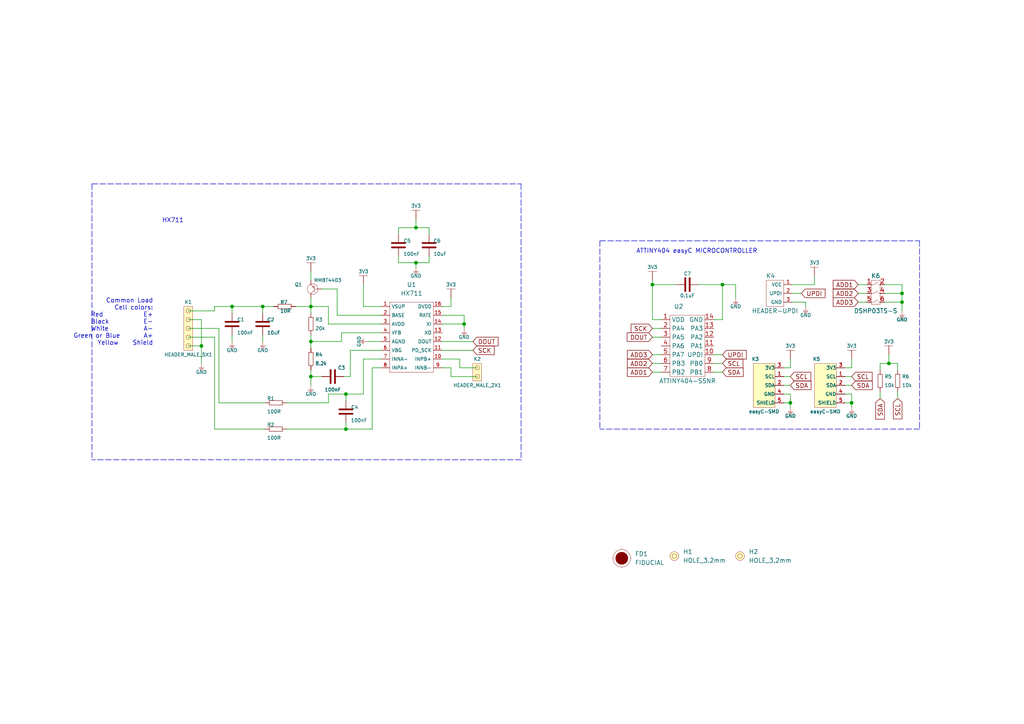
<source format=kicad_sch>
(kicad_sch (version 20210621) (generator eeschema)

  (uuid faed02c2-ef2e-4ed6-b6a0-9bd840fc134a)

  (paper "A4")

  (title_block
    (title "HX711 breakout easyC")
    (date "2021-06-30")
    (rev "V1.1.1.")
    (company "SOLDERED")
    (comment 1 "333006")
  )

  (lib_symbols
    (symbol "e-radionica.com schematics:0603C" (pin_numbers hide) (pin_names (offset 0.002)) (in_bom yes) (on_board yes)
      (property "Reference" "C" (id 0) (at -0.635 3.175 0)
        (effects (font (size 1 1)))
      )
      (property "Value" "0603C" (id 1) (at 0 -3.175 0)
        (effects (font (size 1 1)))
      )
      (property "Footprint" "e-radionica.com footprinti:0603C" (id 2) (at 0 0 0)
        (effects (font (size 1 1)) hide)
      )
      (property "Datasheet" "" (id 3) (at 0 0 0)
        (effects (font (size 1 1)) hide)
      )
      (symbol "0603C_0_1"
        (polyline
          (pts
            (xy -0.635 1.905)
            (xy -0.635 -1.905)
          )
          (stroke (width 0.5)) (fill (type none))
        )
        (polyline
          (pts
            (xy 0.635 1.905)
            (xy 0.635 -1.905)
          )
          (stroke (width 0.5)) (fill (type none))
        )
      )
      (symbol "0603C_1_1"
        (pin passive line (at -3.175 0 0) (length 2.54)
          (name "~" (effects (font (size 1.27 1.27))))
          (number "1" (effects (font (size 1.27 1.27))))
        )
        (pin passive line (at 3.175 0 180) (length 2.54)
          (name "~" (effects (font (size 1.27 1.27))))
          (number "2" (effects (font (size 1.27 1.27))))
        )
      )
    )
    (symbol "e-radionica.com schematics:0603R" (pin_numbers hide) (pin_names (offset 0.254)) (in_bom yes) (on_board yes)
      (property "Reference" "R" (id 0) (at -1.905 1.905 0)
        (effects (font (size 1 1)))
      )
      (property "Value" "0603R" (id 1) (at 0 -1.905 0)
        (effects (font (size 1 1)))
      )
      (property "Footprint" "e-radionica.com footprinti:0603R" (id 2) (at -0.635 1.905 0)
        (effects (font (size 1 1)) hide)
      )
      (property "Datasheet" "" (id 3) (at -0.635 1.905 0)
        (effects (font (size 1 1)) hide)
      )
      (symbol "0603R_0_1"
        (rectangle (start -1.905 -0.635) (end 1.905 -0.6604)
          (stroke (width 0.1)) (fill (type none))
        )
        (rectangle (start -1.905 0.635) (end -1.8796 -0.635)
          (stroke (width 0.1)) (fill (type none))
        )
        (rectangle (start -1.905 0.635) (end 1.905 0.6096)
          (stroke (width 0.1)) (fill (type none))
        )
        (rectangle (start 1.905 0.635) (end 1.9304 -0.635)
          (stroke (width 0.1)) (fill (type none))
        )
      )
      (symbol "0603R_1_1"
        (pin passive line (at -3.175 0 0) (length 1.27)
          (name "~" (effects (font (size 1.27 1.27))))
          (number "1" (effects (font (size 1.27 1.27))))
        )
        (pin passive line (at 3.175 0 180) (length 1.27)
          (name "~" (effects (font (size 1.27 1.27))))
          (number "2" (effects (font (size 1.27 1.27))))
        )
      )
    )
    (symbol "e-radionica.com schematics:1206C" (pin_numbers hide) (in_bom yes) (on_board yes)
      (property "Reference" "C" (id 0) (at -0.635 3.175 0)
        (effects (font (size 1 1)))
      )
      (property "Value" "1206C" (id 1) (at 0 -3.175 0)
        (effects (font (size 1 1)))
      )
      (property "Footprint" "e-radionica.com footprinti:1206C" (id 2) (at 0 0 0)
        (effects (font (size 1 1)) hide)
      )
      (property "Datasheet" "" (id 3) (at 0 0 0)
        (effects (font (size 1 1)) hide)
      )
      (symbol "1206C_0_1"
        (polyline
          (pts
            (xy -0.635 1.905)
            (xy -0.635 -1.905)
          )
          (stroke (width 0.5)) (fill (type none))
        )
        (polyline
          (pts
            (xy 0.635 1.905)
            (xy 0.635 -1.905)
          )
          (stroke (width 0.5)) (fill (type none))
        )
      )
      (symbol "1206C_1_1"
        (pin passive line (at -3.175 0 0) (length 2.54)
          (name "~" (effects (font (size 1.27 1.27))))
          (number "1" (effects (font (size 1.27 1.27))))
        )
        (pin passive line (at 3.175 0 180) (length 2.54)
          (name "~" (effects (font (size 1.27 1.27))))
          (number "2" (effects (font (size 1.27 1.27))))
        )
      )
    )
    (symbol "e-radionica.com schematics:3V3" (power) (pin_names (offset 0)) (in_bom yes) (on_board yes)
      (property "Reference" "#PWR" (id 0) (at 4.445 0 0)
        (effects (font (size 1 1)) hide)
      )
      (property "Value" "3V3" (id 1) (at 0 3.556 0)
        (effects (font (size 1 1)))
      )
      (property "Footprint" "" (id 2) (at 4.445 3.81 0)
        (effects (font (size 1 1)) hide)
      )
      (property "Datasheet" "" (id 3) (at 4.445 3.81 0)
        (effects (font (size 1 1)) hide)
      )
      (property "ki_keywords" "power-flag" (id 4) (at 0 0 0)
        (effects (font (size 1.27 1.27)) hide)
      )
      (property "ki_description" "Power symbol creates a global label with name \"+3V3\"" (id 5) (at 0 0 0)
        (effects (font (size 1.27 1.27)) hide)
      )
      (symbol "3V3_0_1"
        (polyline
          (pts
            (xy -1.27 2.54)
            (xy 1.27 2.54)
          )
          (stroke (width 0.0006)) (fill (type none))
        )
        (polyline
          (pts
            (xy 0 0)
            (xy 0 2.54)
          )
          (stroke (width 0)) (fill (type none))
        )
      )
      (symbol "3V3_1_1"
        (pin power_in line (at 0 0 90) (length 0) hide
          (name "3V3" (effects (font (size 1.27 1.27))))
          (number "1" (effects (font (size 1.27 1.27))))
        )
      )
    )
    (symbol "e-radionica.com schematics:ATTINY404-SSNR" (in_bom yes) (on_board yes)
      (property "Reference" "U" (id 0) (at -5.08 10.16 0)
        (effects (font (size 1.27 1.27)))
      )
      (property "Value" "ATTINY404-SSNR" (id 1) (at 0 -10.16 0)
        (effects (font (size 1.27 1.27)))
      )
      (property "Footprint" "e-radionica.com footprinti:SOIC-14" (id 2) (at 0 -11.43 0)
        (effects (font (size 1.27 1.27)) hide)
      )
      (property "Datasheet" "" (id 3) (at 0 -2.54 0)
        (effects (font (size 1.27 1.27)) hide)
      )
      (symbol "ATTINY404-SSNR_0_1"
        (rectangle (start -5.08 8.89) (end 5.08 -8.89)
          (stroke (width 0.0006)) (fill (type none))
        )
      )
      (symbol "ATTINY404-SSNR_1_1"
        (pin power_in line (at -7.62 7.62 0) (length 2.54)
          (name "VDD" (effects (font (size 1.27 1.27))))
          (number "1" (effects (font (size 1.27 1.27))))
        )
        (pin bidirectional line (at 7.62 -2.54 180) (length 2.54)
          (name "UPDI" (effects (font (size 1.27 1.27))))
          (number "10" (effects (font (size 1.27 1.27))))
        )
        (pin bidirectional line (at 7.62 0 180) (length 2.54)
          (name "PA1" (effects (font (size 1.27 1.27))))
          (number "11" (effects (font (size 1.27 1.27))))
        )
        (pin bidirectional line (at 7.62 2.54 180) (length 2.54)
          (name "PA2" (effects (font (size 1.27 1.27))))
          (number "12" (effects (font (size 1.27 1.27))))
        )
        (pin bidirectional line (at 7.62 5.08 180) (length 2.54)
          (name "PA3" (effects (font (size 1.27 1.27))))
          (number "13" (effects (font (size 1.27 1.27))))
        )
        (pin power_in line (at 7.62 7.62 180) (length 2.54)
          (name "GND" (effects (font (size 1.27 1.27))))
          (number "14" (effects (font (size 1.27 1.27))))
        )
        (pin bidirectional line (at -7.62 5.08 0) (length 2.54)
          (name "PA4" (effects (font (size 1.27 1.27))))
          (number "2" (effects (font (size 1.27 1.27))))
        )
        (pin bidirectional line (at -7.62 2.54 0) (length 2.54)
          (name "PA5" (effects (font (size 1.27 1.27))))
          (number "3" (effects (font (size 1.27 1.27))))
        )
        (pin bidirectional line (at -7.62 0 0) (length 2.54)
          (name "PA6" (effects (font (size 1.27 1.27))))
          (number "4" (effects (font (size 1.27 1.27))))
        )
        (pin bidirectional line (at -7.62 -2.54 0) (length 2.54)
          (name "PA7" (effects (font (size 1.27 1.27))))
          (number "5" (effects (font (size 1.27 1.27))))
        )
        (pin bidirectional line (at -7.62 -5.08 0) (length 2.54)
          (name "PB3" (effects (font (size 1.27 1.27))))
          (number "6" (effects (font (size 1.27 1.27))))
        )
        (pin bidirectional line (at -7.62 -7.62 0) (length 2.54)
          (name "PB2" (effects (font (size 1.27 1.27))))
          (number "7" (effects (font (size 1.27 1.27))))
        )
        (pin bidirectional line (at 7.62 -7.62 180) (length 2.54)
          (name "PB1" (effects (font (size 1.27 1.27))))
          (number "8" (effects (font (size 1.27 1.27))))
        )
        (pin bidirectional line (at 7.62 -5.08 180) (length 2.54)
          (name "PB0" (effects (font (size 1.27 1.27))))
          (number "9" (effects (font (size 1.27 1.27))))
        )
      )
    )
    (symbol "e-radionica.com schematics:DSHP03TS-S" (in_bom yes) (on_board yes)
      (property "Reference" "K" (id 0) (at 0 5.08 0)
        (effects (font (size 1.27 1.27)))
      )
      (property "Value" "DSHP03TS-S" (id 1) (at 0 -5.08 0)
        (effects (font (size 1.27 1.27)))
      )
      (property "Footprint" "e-radionica.com footprinti:DSHP03TS-S" (id 2) (at -1.27 -7.62 0)
        (effects (font (size 1.27 1.27)) hide)
      )
      (property "Datasheet" "" (id 3) (at 0 0 0)
        (effects (font (size 1.27 1.27)) hide)
      )
      (property "ki_keywords" "DIP SW SWITCH " (id 4) (at 0 0 0)
        (effects (font (size 1.27 1.27)) hide)
      )
      (symbol "DSHP03TS-S_0_1"
        (rectangle (start -1.27 3.81) (end 1.27 -3.175)
          (stroke (width 0.0006)) (fill (type none))
        )
        (polyline
          (pts
            (xy 1.27 -2.54)
            (xy 0.635 -2.54)
          )
          (stroke (width 0.0006)) (fill (type none))
        )
        (polyline
          (pts
            (xy 1.27 0)
            (xy 0.635 0)
          )
          (stroke (width 0.0006)) (fill (type none))
        )
        (polyline
          (pts
            (xy 1.27 2.54)
            (xy 0.635 2.54)
          )
          (stroke (width 0.0006)) (fill (type none))
        )
        (polyline
          (pts
            (xy -1.27 -2.54)
            (xy -0.635 -2.54)
            (xy 0.635 -1.905)
          )
          (stroke (width 0.0006)) (fill (type none))
        )
        (polyline
          (pts
            (xy -1.27 0)
            (xy -0.635 0)
            (xy 0.635 0.635)
          )
          (stroke (width 0.0006)) (fill (type none))
        )
        (polyline
          (pts
            (xy -1.27 2.54)
            (xy -0.635 2.54)
            (xy 0.635 3.175)
          )
          (stroke (width 0.0006)) (fill (type none))
        )
      )
      (symbol "DSHP03TS-S_1_1"
        (pin bidirectional line (at -2.54 2.54 0) (length 1.27)
          (name "~" (effects (font (size 1.27 1.27))))
          (number "1" (effects (font (size 1.27 1.27))))
        )
        (pin bidirectional line (at 2.54 2.54 180) (length 1.27)
          (name "~" (effects (font (size 1.27 1.27))))
          (number "2" (effects (font (size 1.27 1.27))))
        )
        (pin bidirectional line (at -2.54 0 0) (length 1.27)
          (name "~" (effects (font (size 1.27 1.27))))
          (number "3" (effects (font (size 1.27 1.27))))
        )
        (pin bidirectional line (at 2.54 0 180) (length 1.27)
          (name "~" (effects (font (size 1.27 1.27))))
          (number "4" (effects (font (size 1.27 1.27))))
        )
        (pin bidirectional line (at -2.54 -2.54 0) (length 1.27)
          (name "~" (effects (font (size 1.27 1.27))))
          (number "5" (effects (font (size 1.27 1.27))))
        )
        (pin bidirectional line (at 2.54 -2.54 180) (length 1.27)
          (name "~" (effects (font (size 1.27 1.27))))
          (number "6" (effects (font (size 1.27 1.27))))
        )
      )
    )
    (symbol "e-radionica.com schematics:FIDUCIAL" (in_bom no) (on_board yes)
      (property "Reference" "FD" (id 0) (at 0 3.81 0)
        (effects (font (size 1.27 1.27)))
      )
      (property "Value" "FIDUCIAL" (id 1) (at 0 -3.81 0)
        (effects (font (size 1.27 1.27)))
      )
      (property "Footprint" "e-radionica.com footprinti:FIDUCIAL_23" (id 2) (at 0.254 -5.334 0)
        (effects (font (size 1.27 1.27)) hide)
      )
      (property "Datasheet" "" (id 3) (at 0 0 0)
        (effects (font (size 1.27 1.27)) hide)
      )
      (symbol "FIDUCIAL_0_1"
        (circle (center 0 0) (radius 2.54) (stroke (width 0.0006)) (fill (type none)))
        (circle (center 0 0) (radius 1.7961) (stroke (width 0.001)) (fill (type outline)))
        (polyline
          (pts
            (xy -2.54 0)
            (xy -2.794 0)
          )
          (stroke (width 0.0006)) (fill (type none))
        )
        (polyline
          (pts
            (xy 0 -2.54)
            (xy 0 -2.794)
          )
          (stroke (width 0.0006)) (fill (type none))
        )
        (polyline
          (pts
            (xy 0 2.54)
            (xy 0 2.794)
          )
          (stroke (width 0.0006)) (fill (type none))
        )
        (polyline
          (pts
            (xy 2.54 0)
            (xy 2.794 0)
          )
          (stroke (width 0.0006)) (fill (type none))
        )
      )
    )
    (symbol "e-radionica.com schematics:GND" (power) (pin_names (offset 0)) (in_bom yes) (on_board yes)
      (property "Reference" "#PWR" (id 0) (at 4.445 0 0)
        (effects (font (size 1 1)) hide)
      )
      (property "Value" "GND" (id 1) (at 0 -2.921 0)
        (effects (font (size 1 1)))
      )
      (property "Footprint" "" (id 2) (at 4.445 3.81 0)
        (effects (font (size 1 1)) hide)
      )
      (property "Datasheet" "" (id 3) (at 4.445 3.81 0)
        (effects (font (size 1 1)) hide)
      )
      (property "ki_keywords" "power-flag" (id 4) (at 0 0 0)
        (effects (font (size 1.27 1.27)) hide)
      )
      (property "ki_description" "Power symbol creates a global label with name \"+3V3\"" (id 5) (at 0 0 0)
        (effects (font (size 1.27 1.27)) hide)
      )
      (symbol "GND_0_1"
        (polyline
          (pts
            (xy -0.762 -1.27)
            (xy 0.762 -1.27)
          )
          (stroke (width 0.0006)) (fill (type none))
        )
        (polyline
          (pts
            (xy -0.635 -1.524)
            (xy 0.635 -1.524)
          )
          (stroke (width 0.0006)) (fill (type none))
        )
        (polyline
          (pts
            (xy -0.381 -1.778)
            (xy 0.381 -1.778)
          )
          (stroke (width 0.0006)) (fill (type none))
        )
        (polyline
          (pts
            (xy -0.127 -2.032)
            (xy 0.127 -2.032)
          )
          (stroke (width 0.0006)) (fill (type none))
        )
        (polyline
          (pts
            (xy 0 0)
            (xy 0 -1.27)
          )
          (stroke (width 0.0006)) (fill (type none))
        )
      )
      (symbol "GND_1_1"
        (pin power_in line (at 0 0 270) (length 0) hide
          (name "GND" (effects (font (size 1.27 1.27))))
          (number "1" (effects (font (size 1.27 1.27))))
        )
      )
    )
    (symbol "e-radionica.com schematics:HEADER-UPDI" (in_bom yes) (on_board yes)
      (property "Reference" "K" (id 0) (at -1.27 5.08 0)
        (effects (font (size 1.27 1.27)))
      )
      (property "Value" "HEADER-UPDI" (id 1) (at 0 -5.08 0)
        (effects (font (size 1.27 1.27)))
      )
      (property "Footprint" "e-radionica.com footprinti:HEADER-UPDI" (id 2) (at 2.54 -7.62 0)
        (effects (font (size 1.27 1.27)) hide)
      )
      (property "Datasheet" "" (id 3) (at 2.54 0 0)
        (effects (font (size 1.27 1.27)) hide)
      )
      (symbol "HEADER-UPDI_0_1"
        (rectangle (start -2.54 3.81) (end 2.54 -3.81)
          (stroke (width 0.0006)) (fill (type none))
        )
      )
      (symbol "HEADER-UPDI_1_1"
        (pin power_in line (at 5.08 2.54 180) (length 2.54)
          (name "VCC" (effects (font (size 1 1))))
          (number "1" (effects (font (size 1 1))))
        )
        (pin bidirectional line (at 5.08 0 180) (length 2.54)
          (name "UPDI" (effects (font (size 1 1))))
          (number "2" (effects (font (size 1 1))))
        )
        (pin power_in line (at 5.08 -2.54 180) (length 2.54)
          (name "GND" (effects (font (size 1 1))))
          (number "3" (effects (font (size 1 1))))
        )
      )
    )
    (symbol "e-radionica.com schematics:HEADER_MALE_2X1" (pin_numbers hide) (pin_names hide) (in_bom yes) (on_board yes)
      (property "Reference" "K" (id 0) (at -1.27 5.08 0)
        (effects (font (size 1 1)))
      )
      (property "Value" "HEADER_MALE_2X1" (id 1) (at 0 -2.54 0)
        (effects (font (size 1 1)))
      )
      (property "Footprint" "e-radionica.com footprinti:HEADER_MALE_2X1" (id 2) (at 0 0 0)
        (effects (font (size 1 1)) hide)
      )
      (property "Datasheet" "" (id 3) (at 0 0 0)
        (effects (font (size 1 1)) hide)
      )
      (symbol "HEADER_MALE_2X1_0_1"
        (circle (center 0 0) (radius 0.635) (stroke (width 0.0006)) (fill (type none)))
        (circle (center 0 2.54) (radius 0.635) (stroke (width 0.0006)) (fill (type none)))
        (rectangle (start 1.27 -1.27) (end -1.27 3.81)
          (stroke (width 0.001)) (fill (type background))
        )
      )
      (symbol "HEADER_MALE_2X1_1_1"
        (pin passive line (at 0 0 180) (length 0)
          (name "~" (effects (font (size 1 1))))
          (number "1" (effects (font (size 1 1))))
        )
        (pin passive line (at 0 2.54 180) (length 0)
          (name "~" (effects (font (size 1 1))))
          (number "2" (effects (font (size 1 1))))
        )
      )
    )
    (symbol "e-radionica.com schematics:HEADER_MALE_5X1" (pin_numbers hide) (pin_names hide) (in_bom yes) (on_board yes)
      (property "Reference" "K" (id 0) (at -0.635 7.62 0)
        (effects (font (size 1 1)))
      )
      (property "Value" "HEADER_MALE_5X1" (id 1) (at 0.635 -7.62 0)
        (effects (font (size 1 1)))
      )
      (property "Footprint" "e-radionica.com footprinti:HEADER_MALE_5X1" (id 2) (at 0 0 0)
        (effects (font (size 1 1)) hide)
      )
      (property "Datasheet" "" (id 3) (at 0 0 0)
        (effects (font (size 1 1)) hide)
      )
      (symbol "HEADER_MALE_5X1_0_1"
        (circle (center 0 -5.08) (radius 0.635) (stroke (width 0.0006)) (fill (type none)))
        (circle (center 0 -2.54) (radius 0.635) (stroke (width 0.0006)) (fill (type none)))
        (circle (center 0 0) (radius 0.635) (stroke (width 0.0006)) (fill (type none)))
        (circle (center 0 2.54) (radius 0.635) (stroke (width 0.0006)) (fill (type none)))
        (circle (center 0 5.08) (radius 0.635) (stroke (width 0.0006)) (fill (type none)))
        (rectangle (start -1.27 6.35) (end 1.27 -6.35)
          (stroke (width 0.001)) (fill (type background))
        )
      )
      (symbol "HEADER_MALE_5X1_1_1"
        (pin passive line (at 0 -5.08 180) (length 0)
          (name "~" (effects (font (size 1 1))))
          (number "1" (effects (font (size 1 1))))
        )
        (pin passive line (at 0 -2.54 180) (length 0)
          (name "~" (effects (font (size 1 1))))
          (number "2" (effects (font (size 1 1))))
        )
        (pin passive line (at 0 0 180) (length 0)
          (name "~" (effects (font (size 1 1))))
          (number "3" (effects (font (size 1 1))))
        )
        (pin passive line (at 0 2.54 180) (length 0)
          (name "~" (effects (font (size 1 1))))
          (number "4" (effects (font (size 1 1))))
        )
        (pin passive line (at 0 5.08 180) (length 0)
          (name "~" (effects (font (size 0.991 0.991))))
          (number "5" (effects (font (size 0.991 0.991))))
        )
      )
    )
    (symbol "e-radionica.com schematics:HOLE_3.2mm" (pin_numbers hide) (pin_names hide) (in_bom yes) (on_board yes)
      (property "Reference" "H" (id 0) (at 0 2.54 0)
        (effects (font (size 1.27 1.27)))
      )
      (property "Value" "HOLE_3.2mm" (id 1) (at 0 -2.54 0)
        (effects (font (size 1.27 1.27)))
      )
      (property "Footprint" "e-radionica.com footprinti:HOLE_3.2mm" (id 2) (at 0 0 0)
        (effects (font (size 1.27 1.27)) hide)
      )
      (property "Datasheet" "" (id 3) (at 0 0 0)
        (effects (font (size 1.27 1.27)) hide)
      )
      (symbol "HOLE_3.2mm_0_1"
        (circle (center 0 0) (radius 0.635) (stroke (width 0.0006)) (fill (type none)))
        (circle (center 0 0) (radius 1.27) (stroke (width 0.001)) (fill (type background)))
      )
    )
    (symbol "e-radionica.com schematics:HX711" (in_bom yes) (on_board yes)
      (property "Reference" "U" (id 0) (at -1.27 7.62 0)
        (effects (font (size 1.27 1.27)))
      )
      (property "Value" "HX711" (id 1) (at 0 -11.43 0)
        (effects (font (size 1.27 1.27)))
      )
      (property "Footprint" "e-radionica.com footprinti:SOP-16" (id 2) (at -1.27 0 0)
        (effects (font (size 1.27 1.27)) hide)
      )
      (property "Datasheet" "" (id 3) (at 0 -5.08 0)
        (effects (font (size 1.27 1.27)) hide)
      )
      (symbol "HX711_0_1"
        (rectangle (start -6.35 10.16) (end 6.35 -10.16)
          (stroke (width 0.0006)) (fill (type none))
        )
      )
      (symbol "HX711_1_1"
        (pin power_in line (at -8.89 8.89 0) (length 2.54)
          (name "VSUP" (effects (font (size 1 1))))
          (number "1" (effects (font (size 1 1))))
        )
        (pin input line (at 8.89 -6.35 180) (length 2.54)
          (name "INPB+" (effects (font (size 1 1))))
          (number "10" (effects (font (size 1 1))))
        )
        (pin input line (at 8.89 -3.81 180) (length 2.54)
          (name "PD_SCK" (effects (font (size 1 1))))
          (number "11" (effects (font (size 1 1))))
        )
        (pin output line (at 8.89 -1.27 180) (length 2.54)
          (name "DOUT" (effects (font (size 1 1))))
          (number "12" (effects (font (size 1 1))))
        )
        (pin input line (at 8.89 1.27 180) (length 2.54)
          (name "XO" (effects (font (size 1 1))))
          (number "13" (effects (font (size 1 1))))
        )
        (pin input line (at 8.89 3.81 180) (length 2.54)
          (name "XI" (effects (font (size 1 1))))
          (number "14" (effects (font (size 1 1))))
        )
        (pin input line (at 8.89 6.35 180) (length 2.54)
          (name "RATE" (effects (font (size 1 1))))
          (number "15" (effects (font (size 1 1))))
        )
        (pin power_in line (at 8.89 8.89 180) (length 2.54)
          (name "DVDD" (effects (font (size 1 1))))
          (number "16" (effects (font (size 1 1))))
        )
        (pin output line (at -8.89 6.35 0) (length 2.54)
          (name "BASE" (effects (font (size 1 1))))
          (number "2" (effects (font (size 1 1))))
        )
        (pin power_in line (at -8.89 3.81 0) (length 2.54)
          (name "AVDD" (effects (font (size 1 1))))
          (number "3" (effects (font (size 1 1))))
        )
        (pin input line (at -8.89 1.27 0) (length 2.54)
          (name "VFB" (effects (font (size 1 1))))
          (number "4" (effects (font (size 1 1))))
        )
        (pin passive line (at -8.89 -1.27 0) (length 2.54)
          (name "AGND" (effects (font (size 1 1))))
          (number "5" (effects (font (size 1 1))))
        )
        (pin output line (at -8.89 -3.81 0) (length 2.54)
          (name "VBG" (effects (font (size 1 1))))
          (number "6" (effects (font (size 1 1))))
        )
        (pin input line (at -8.89 -6.35 0) (length 2.54)
          (name "INNA-" (effects (font (size 1 1))))
          (number "7" (effects (font (size 1 1))))
        )
        (pin input line (at -8.89 -8.89 0) (length 2.54)
          (name "INPA+" (effects (font (size 1 1))))
          (number "8" (effects (font (size 1 1))))
        )
        (pin input line (at 8.89 -8.89 180) (length 2.54)
          (name "INNB-" (effects (font (size 1 1))))
          (number "9" (effects (font (size 1 1))))
        )
      )
    )
    (symbol "e-radionica.com schematics:PNP-SOT-23-3" (pin_numbers hide) (pin_names hide) (in_bom yes) (on_board yes)
      (property "Reference" "Q" (id 0) (at -1.778 2.4892 0)
        (effects (font (size 1 1)))
      )
      (property "Value" "PNP-SOT-23-3" (id 1) (at -0.0508 -2.9464 0)
        (effects (font (size 1 1)))
      )
      (property "Footprint" "e-radionica.com footprinti:SOT-23-3" (id 2) (at 0 0 0)
        (effects (font (size 1 1)) hide)
      )
      (property "Datasheet" "" (id 3) (at 0 0 0)
        (effects (font (size 1 1)) hide)
      )
      (symbol "PNP-SOT-23-3_0_1"
        (circle (center -0.508 0) (radius 1.524) (stroke (width 0.0006)) (fill (type none)))
        (polyline
          (pts
            (xy -2.032 0)
            (xy -1.016 0)
          )
          (stroke (width 0.0006)) (fill (type none))
        )
        (polyline
          (pts
            (xy -1.016 0.381)
            (xy 0 1.27)
          )
          (stroke (width 0.0006)) (fill (type none))
        )
        (polyline
          (pts
            (xy -1.016 1.016)
            (xy -1.016 -1.016)
          )
          (stroke (width 0.0006)) (fill (type none))
        )
        (polyline
          (pts
            (xy -0.508 -0.762)
            (xy 0 -1.27)
          )
          (stroke (width 0.1)) (fill (type none))
        )
        (polyline
          (pts
            (xy -0.381 -0.508)
            (xy -0.762 -0.889)
            (xy -0.9906 -0.2794)
            (xy -0.381 -0.508)
          )
          (stroke (width 0.0006)) (fill (type none))
        )
      )
      (symbol "PNP-SOT-23-3_1_1"
        (pin passive line (at -3.175 0 0) (length 1.27)
          (name "B" (effects (font (size 1 1))))
          (number "1" (effects (font (size 1 1))))
        )
        (pin passive line (at 0 -2.54 90) (length 1.27)
          (name "E" (effects (font (size 1 1))))
          (number "2" (effects (font (size 1 1))))
        )
        (pin passive line (at 0 2.54 270) (length 1.27)
          (name "C" (effects (font (size 1 1))))
          (number "3" (effects (font (size 1 1))))
        )
      )
    )
    (symbol "e-radionica.com schematics:easyC-SMD" (pin_names (offset 0.002)) (in_bom yes) (on_board yes)
      (property "Reference" "K" (id 0) (at -2.54 10.16 0)
        (effects (font (size 1 1)))
      )
      (property "Value" "easyC-SMD" (id 1) (at 0 -5.08 0)
        (effects (font (size 1 1)))
      )
      (property "Footprint" "e-radionica.com footprinti:easyC-connector" (id 2) (at 3.175 2.54 0)
        (effects (font (size 1 1)) hide)
      )
      (property "Datasheet" "" (id 3) (at 3.175 2.54 0)
        (effects (font (size 1 1)) hide)
      )
      (symbol "easyC-SMD_0_1"
        (rectangle (start -3.175 8.89) (end 3.175 -3.81)
          (stroke (width 0.001)) (fill (type background))
        )
      )
      (symbol "easyC-SMD_1_1"
        (pin passive line (at 5.715 5.08 180) (length 2.54)
          (name "SCL" (effects (font (size 1 1))))
          (number "1" (effects (font (size 1 1))))
        )
        (pin passive line (at 5.715 2.54 180) (length 2.54)
          (name "SDA" (effects (font (size 1 1))))
          (number "2" (effects (font (size 1 1))))
        )
        (pin passive line (at 5.715 7.62 180) (length 2.54)
          (name "3V3" (effects (font (size 1 1))))
          (number "3" (effects (font (size 1 1))))
        )
        (pin passive line (at 5.715 0 180) (length 2.54)
          (name "GND" (effects (font (size 1 1))))
          (number "4" (effects (font (size 1 1))))
        )
        (pin passive line (at 5.715 -2.54 180) (length 2.54)
          (name "SHIELD" (effects (font (size 1 1))))
          (number "5" (effects (font (size 1 1))))
        )
      )
    )
  )

  (junction (at 58.42 100.33) (diameter 0.9144) (color 0 0 0 0))
  (junction (at 67.31 88.9) (diameter 0.9144) (color 0 0 0 0))
  (junction (at 76.2 88.9) (diameter 0.9144) (color 0 0 0 0))
  (junction (at 90.17 88.9) (diameter 0.9144) (color 0 0 0 0))
  (junction (at 90.17 99.06) (diameter 0.9144) (color 0 0 0 0))
  (junction (at 90.17 109.22) (diameter 0.9144) (color 0 0 0 0))
  (junction (at 100.33 114.3) (diameter 0.9144) (color 0 0 0 0))
  (junction (at 100.33 124.46) (diameter 0.9144) (color 0 0 0 0))
  (junction (at 120.65 66.04) (diameter 0.9144) (color 0 0 0 0))
  (junction (at 120.65 76.2) (diameter 0.9144) (color 0 0 0 0))
  (junction (at 134.62 93.98) (diameter 0.9144) (color 0 0 0 0))
  (junction (at 189.23 82.55) (diameter 0.9144) (color 0 0 0 0))
  (junction (at 209.55 82.55) (diameter 0.9144) (color 0 0 0 0))
  (junction (at 229.235 116.84) (diameter 0.9144) (color 0 0 0 0))
  (junction (at 247.015 116.84) (diameter 0.9144) (color 0 0 0 0))
  (junction (at 257.81 105.41) (diameter 0.9144) (color 0 0 0 0))
  (junction (at 261.62 85.09) (diameter 0.9144) (color 0 0 0 0))
  (junction (at 261.62 87.63) (diameter 0.9144) (color 0 0 0 0))

  (wire (pts (xy 54.61 90.17) (xy 62.23 90.17))
    (stroke (width 0) (type solid) (color 0 0 0 0))
    (uuid 5ff9f32f-1ebe-4b61-9516-86db1fb7d303)
  )
  (wire (pts (xy 54.61 92.71) (xy 58.42 92.71))
    (stroke (width 0) (type solid) (color 0 0 0 0))
    (uuid 30a70a1b-a242-40eb-84bb-cef60126ee98)
  )
  (wire (pts (xy 54.61 95.25) (xy 63.5 95.25))
    (stroke (width 0) (type solid) (color 0 0 0 0))
    (uuid ccc39ffe-e4d5-4ace-84aa-880721c43718)
  )
  (wire (pts (xy 54.61 97.79) (xy 62.23 97.79))
    (stroke (width 0) (type solid) (color 0 0 0 0))
    (uuid 5b9434c6-7a1b-40c2-89cc-822843661e25)
  )
  (wire (pts (xy 54.61 100.33) (xy 58.42 100.33))
    (stroke (width 0) (type solid) (color 0 0 0 0))
    (uuid b7ce084a-46d8-471e-90dd-2f70eef1c9b5)
  )
  (wire (pts (xy 58.42 92.71) (xy 58.42 100.33))
    (stroke (width 0) (type solid) (color 0 0 0 0))
    (uuid 97f001da-6a06-4e03-b54d-215088850c76)
  )
  (wire (pts (xy 58.42 100.33) (xy 58.42 105.41))
    (stroke (width 0) (type solid) (color 0 0 0 0))
    (uuid aebcd64d-c15e-4af3-a9ed-7e747b388d0a)
  )
  (wire (pts (xy 62.23 88.9) (xy 67.31 88.9))
    (stroke (width 0) (type solid) (color 0 0 0 0))
    (uuid 3460eea1-d422-49fe-854f-686fe7633d0f)
  )
  (wire (pts (xy 62.23 90.17) (xy 62.23 88.9))
    (stroke (width 0) (type solid) (color 0 0 0 0))
    (uuid f9b3510a-f724-4afc-93fb-abd700a30e41)
  )
  (wire (pts (xy 62.23 97.79) (xy 62.23 124.46))
    (stroke (width 0) (type solid) (color 0 0 0 0))
    (uuid 2a41b2f3-0115-4470-8742-d2994c7c73df)
  )
  (wire (pts (xy 62.23 124.46) (xy 76.835 124.46))
    (stroke (width 0) (type solid) (color 0 0 0 0))
    (uuid 3b6c059f-f27c-41c3-88f2-7e0f954aec92)
  )
  (wire (pts (xy 63.5 116.84) (xy 63.5 95.25))
    (stroke (width 0) (type solid) (color 0 0 0 0))
    (uuid 0a4dbdbd-3913-4bad-acfb-5fe313814b5f)
  )
  (wire (pts (xy 67.31 88.9) (xy 67.31 90.805))
    (stroke (width 0) (type solid) (color 0 0 0 0))
    (uuid b7534caf-a70e-4a7e-957c-407f30bb00ae)
  )
  (wire (pts (xy 67.31 97.155) (xy 67.31 99.06))
    (stroke (width 0) (type solid) (color 0 0 0 0))
    (uuid 81572be4-ac34-4b3e-94dc-3a44abd7efe8)
  )
  (wire (pts (xy 76.2 88.9) (xy 67.31 88.9))
    (stroke (width 0) (type solid) (color 0 0 0 0))
    (uuid 9955b90c-f63b-4ee3-aa7a-8c1109f06ac5)
  )
  (wire (pts (xy 76.2 88.9) (xy 79.375 88.9))
    (stroke (width 0) (type solid) (color 0 0 0 0))
    (uuid 5c545858-046a-43ab-9f9b-5a3790fd44c9)
  )
  (wire (pts (xy 76.2 90.805) (xy 76.2 88.9))
    (stroke (width 0) (type solid) (color 0 0 0 0))
    (uuid 405acf0f-5e36-4fea-97ab-700e25d3a31a)
  )
  (wire (pts (xy 76.2 97.155) (xy 76.2 99.06))
    (stroke (width 0) (type solid) (color 0 0 0 0))
    (uuid 8aba6131-24ce-4453-b7b4-c38d2df92502)
  )
  (wire (pts (xy 76.835 116.84) (xy 63.5 116.84))
    (stroke (width 0) (type solid) (color 0 0 0 0))
    (uuid 8f95bbb6-a18c-4d39-bb8c-56994b20e840)
  )
  (wire (pts (xy 83.185 116.84) (xy 95.25 116.84))
    (stroke (width 0) (type solid) (color 0 0 0 0))
    (uuid 1d3969f9-6c55-4ae1-af86-cdc4c325c097)
  )
  (wire (pts (xy 83.185 124.46) (xy 100.33 124.46))
    (stroke (width 0) (type solid) (color 0 0 0 0))
    (uuid 46cceedc-8e01-4d6e-b5b8-5324b9d30dc4)
  )
  (wire (pts (xy 85.725 88.9) (xy 90.17 88.9))
    (stroke (width 0) (type solid) (color 0 0 0 0))
    (uuid 938ad868-6c74-464e-89af-da7d3fe34ef4)
  )
  (wire (pts (xy 90.17 78.74) (xy 90.17 81.28))
    (stroke (width 0) (type solid) (color 0 0 0 0))
    (uuid 4095955e-fa10-4bfd-b64e-d23d99c62ac4)
  )
  (wire (pts (xy 90.17 88.9) (xy 90.17 86.36))
    (stroke (width 0) (type solid) (color 0 0 0 0))
    (uuid 8128fbf6-0840-4003-b271-cb6705a8be7f)
  )
  (wire (pts (xy 90.17 88.9) (xy 90.17 90.805))
    (stroke (width 0) (type solid) (color 0 0 0 0))
    (uuid 701c36a7-ad15-4897-87ee-af7a84ed7ca5)
  )
  (wire (pts (xy 90.17 97.155) (xy 90.17 99.06))
    (stroke (width 0) (type solid) (color 0 0 0 0))
    (uuid 785cf5cc-eb65-4601-874f-6920b01403dd)
  )
  (wire (pts (xy 90.17 99.06) (xy 90.17 100.965))
    (stroke (width 0) (type solid) (color 0 0 0 0))
    (uuid 500c147c-5b9e-43a4-92f0-57fba59950dc)
  )
  (wire (pts (xy 90.17 107.315) (xy 90.17 109.22))
    (stroke (width 0) (type solid) (color 0 0 0 0))
    (uuid 68d29b03-c2aa-4116-b50c-078d0169f33c)
  )
  (wire (pts (xy 90.17 109.22) (xy 90.17 111.76))
    (stroke (width 0) (type solid) (color 0 0 0 0))
    (uuid 0514e72d-0984-4876-b198-fe50b2a76e9c)
  )
  (wire (pts (xy 93.345 109.22) (xy 90.17 109.22))
    (stroke (width 0) (type solid) (color 0 0 0 0))
    (uuid 73fa6004-5010-42d0-b2c8-80ede49dd634)
  )
  (wire (pts (xy 95.25 88.9) (xy 90.17 88.9))
    (stroke (width 0) (type solid) (color 0 0 0 0))
    (uuid 369b941a-d1ab-4555-a3bb-07ba3613aa00)
  )
  (wire (pts (xy 95.25 93.98) (xy 95.25 88.9))
    (stroke (width 0) (type solid) (color 0 0 0 0))
    (uuid f681dac8-077f-4c47-9b73-91609d28a30c)
  )
  (wire (pts (xy 95.25 93.98) (xy 110.49 93.98))
    (stroke (width 0) (type solid) (color 0 0 0 0))
    (uuid ac8e4e0b-7639-4ecb-919f-4d72a878f860)
  )
  (wire (pts (xy 95.25 114.3) (xy 100.33 114.3))
    (stroke (width 0) (type solid) (color 0 0 0 0))
    (uuid 99414d4a-456e-42ee-bd9d-74bb668b881e)
  )
  (wire (pts (xy 95.25 116.84) (xy 95.25 114.3))
    (stroke (width 0) (type solid) (color 0 0 0 0))
    (uuid d6db26f6-cb87-4fe0-9934-1e31f18ed337)
  )
  (wire (pts (xy 97.79 83.82) (xy 93.345 83.82))
    (stroke (width 0) (type solid) (color 0 0 0 0))
    (uuid 1b08ace4-77dd-4db4-a4d0-72131b7d707b)
  )
  (wire (pts (xy 97.79 91.44) (xy 97.79 83.82))
    (stroke (width 0) (type solid) (color 0 0 0 0))
    (uuid b740e7d9-5640-4aa5-b0f0-e9896c2cee29)
  )
  (wire (pts (xy 97.79 91.44) (xy 110.49 91.44))
    (stroke (width 0) (type solid) (color 0 0 0 0))
    (uuid 55fc8e3e-b516-47f8-bb38-8eff2ca9c57b)
  )
  (wire (pts (xy 99.06 96.52) (xy 99.06 99.06))
    (stroke (width 0) (type solid) (color 0 0 0 0))
    (uuid 9de77b6a-9a65-49bc-ab22-5a88a900ae6e)
  )
  (wire (pts (xy 99.06 99.06) (xy 90.17 99.06))
    (stroke (width 0) (type solid) (color 0 0 0 0))
    (uuid 27f92f9f-186a-4169-ad99-ae1f049c980d)
  )
  (wire (pts (xy 99.695 109.22) (xy 101.6 109.22))
    (stroke (width 0) (type solid) (color 0 0 0 0))
    (uuid c3290ae0-e484-46b8-8ed5-ab8adb080fc1)
  )
  (wire (pts (xy 100.33 114.3) (xy 105.41 114.3))
    (stroke (width 0) (type solid) (color 0 0 0 0))
    (uuid b1667393-ecce-4f45-81cf-0ccd6e052614)
  )
  (wire (pts (xy 100.33 116.205) (xy 100.33 114.3))
    (stroke (width 0) (type solid) (color 0 0 0 0))
    (uuid 05ebf984-c299-4dac-bb04-e0fb564d8070)
  )
  (wire (pts (xy 100.33 122.555) (xy 100.33 124.46))
    (stroke (width 0) (type solid) (color 0 0 0 0))
    (uuid 6d44898a-92c1-4222-b692-5b96ee68a46f)
  )
  (wire (pts (xy 100.33 124.46) (xy 107.95 124.46))
    (stroke (width 0) (type solid) (color 0 0 0 0))
    (uuid ed990a2f-5b19-4548-82ce-18d8cf6930ca)
  )
  (wire (pts (xy 101.6 101.6) (xy 110.49 101.6))
    (stroke (width 0) (type solid) (color 0 0 0 0))
    (uuid defa207e-3564-4e3d-af89-250bdc71784e)
  )
  (wire (pts (xy 101.6 109.22) (xy 101.6 101.6))
    (stroke (width 0) (type solid) (color 0 0 0 0))
    (uuid 30a60e90-fa84-4535-b1b8-94fa9572581b)
  )
  (wire (pts (xy 105.41 88.9) (xy 105.41 82.55))
    (stroke (width 0) (type solid) (color 0 0 0 0))
    (uuid 967e4fc6-ea94-4562-8533-23f3c7c1f771)
  )
  (wire (pts (xy 105.41 104.14) (xy 110.49 104.14))
    (stroke (width 0) (type solid) (color 0 0 0 0))
    (uuid ed153a97-d918-46ed-b7bb-0eb7826d71a5)
  )
  (wire (pts (xy 105.41 114.3) (xy 105.41 104.14))
    (stroke (width 0) (type solid) (color 0 0 0 0))
    (uuid 898a18b8-d0a0-4b01-9292-12e4bfe6464e)
  )
  (wire (pts (xy 106.68 99.06) (xy 110.49 99.06))
    (stroke (width 0) (type solid) (color 0 0 0 0))
    (uuid 0fe72295-85a1-41e6-ac68-a3da87c2c33b)
  )
  (wire (pts (xy 107.95 106.68) (xy 110.49 106.68))
    (stroke (width 0) (type solid) (color 0 0 0 0))
    (uuid 96b9c720-04cd-430e-b7bf-119d1ff39675)
  )
  (wire (pts (xy 107.95 124.46) (xy 107.95 106.68))
    (stroke (width 0) (type solid) (color 0 0 0 0))
    (uuid 786e57df-71c5-4d6a-be04-4c853495e214)
  )
  (wire (pts (xy 110.49 88.9) (xy 105.41 88.9))
    (stroke (width 0) (type solid) (color 0 0 0 0))
    (uuid 19699924-5e84-4a51-8320-c91c0a95a22f)
  )
  (wire (pts (xy 110.49 96.52) (xy 99.06 96.52))
    (stroke (width 0) (type solid) (color 0 0 0 0))
    (uuid 0a0f569c-1052-4e95-a075-3369899b06e2)
  )
  (wire (pts (xy 115.57 66.04) (xy 120.65 66.04))
    (stroke (width 0) (type solid) (color 0 0 0 0))
    (uuid c98d0ca6-e4ea-424f-bfb2-f3c017770dbf)
  )
  (wire (pts (xy 115.57 67.945) (xy 115.57 66.04))
    (stroke (width 0) (type solid) (color 0 0 0 0))
    (uuid 2662888e-370f-40ed-b795-8dc848e15dd9)
  )
  (wire (pts (xy 115.57 74.295) (xy 115.57 76.2))
    (stroke (width 0) (type solid) (color 0 0 0 0))
    (uuid 51d4ae00-d0e3-4f82-9f2a-66b3fb40cb88)
  )
  (wire (pts (xy 115.57 76.2) (xy 120.65 76.2))
    (stroke (width 0) (type solid) (color 0 0 0 0))
    (uuid 951bacbe-69e8-4d72-9a1b-167a8c0aa347)
  )
  (wire (pts (xy 120.65 66.04) (xy 120.65 63.5))
    (stroke (width 0) (type solid) (color 0 0 0 0))
    (uuid 4fd7dbd5-6f5e-45aa-af60-1bf34af410bf)
  )
  (wire (pts (xy 120.65 76.2) (xy 120.65 77.47))
    (stroke (width 0) (type solid) (color 0 0 0 0))
    (uuid 350c8ca8-07ae-4111-bf37-07325c5ea7e6)
  )
  (wire (pts (xy 124.46 66.04) (xy 120.65 66.04))
    (stroke (width 0) (type solid) (color 0 0 0 0))
    (uuid 55976134-0cd5-4373-857d-0d2c0256dbde)
  )
  (wire (pts (xy 124.46 67.945) (xy 124.46 66.04))
    (stroke (width 0) (type solid) (color 0 0 0 0))
    (uuid 7c5c1c23-ee40-4705-9fbc-ed77aa2e023d)
  )
  (wire (pts (xy 124.46 74.295) (xy 124.46 76.2))
    (stroke (width 0) (type solid) (color 0 0 0 0))
    (uuid 5e83a626-f2c9-41fc-b4c8-18a0b1200695)
  )
  (wire (pts (xy 124.46 76.2) (xy 120.65 76.2))
    (stroke (width 0) (type solid) (color 0 0 0 0))
    (uuid 2cc204b4-df44-4e49-bf16-ae60e9e3ac4c)
  )
  (wire (pts (xy 128.27 88.9) (xy 130.81 88.9))
    (stroke (width 0) (type solid) (color 0 0 0 0))
    (uuid 7673e117-80ea-47c0-8c7d-63bd06db7dbc)
  )
  (wire (pts (xy 128.27 91.44) (xy 134.62 91.44))
    (stroke (width 0) (type solid) (color 0 0 0 0))
    (uuid 5295e43b-4cb6-4d48-b5dd-bde3d0027498)
  )
  (wire (pts (xy 128.27 93.98) (xy 134.62 93.98))
    (stroke (width 0) (type solid) (color 0 0 0 0))
    (uuid 762cc63d-dfac-4116-b4db-8db18182e613)
  )
  (wire (pts (xy 128.27 99.06) (xy 137.16 99.06))
    (stroke (width 0) (type solid) (color 0 0 0 0))
    (uuid 4223247d-7bd1-479e-bc6e-670732898367)
  )
  (wire (pts (xy 128.27 101.6) (xy 137.16 101.6))
    (stroke (width 0) (type solid) (color 0 0 0 0))
    (uuid 66c7f67b-c5f9-4bcd-804c-2de9392b2ec9)
  )
  (wire (pts (xy 128.27 106.68) (xy 130.81 106.68))
    (stroke (width 0) (type solid) (color 0 0 0 0))
    (uuid 015ee734-11bf-48d7-b8fc-5baad19abce5)
  )
  (wire (pts (xy 130.81 88.9) (xy 130.81 86.36))
    (stroke (width 0) (type solid) (color 0 0 0 0))
    (uuid 4a20a88b-6364-48a6-89bd-48f7acafd844)
  )
  (wire (pts (xy 130.81 106.68) (xy 130.81 109.22))
    (stroke (width 0) (type solid) (color 0 0 0 0))
    (uuid b0031eb1-22d5-4994-8405-6bbd5399371d)
  )
  (wire (pts (xy 130.81 109.22) (xy 138.43 109.22))
    (stroke (width 0) (type solid) (color 0 0 0 0))
    (uuid 583c087d-1d36-4a59-810f-e56c30ca2cc9)
  )
  (wire (pts (xy 133.35 104.14) (xy 128.27 104.14))
    (stroke (width 0) (type solid) (color 0 0 0 0))
    (uuid 9a59a0ee-be01-452b-8536-1541ed7649d6)
  )
  (wire (pts (xy 133.35 106.68) (xy 133.35 104.14))
    (stroke (width 0) (type solid) (color 0 0 0 0))
    (uuid 83616334-e91e-46c2-b398-5fe03827a58b)
  )
  (wire (pts (xy 134.62 91.44) (xy 134.62 93.98))
    (stroke (width 0) (type solid) (color 0 0 0 0))
    (uuid d9010e7f-560a-4d6d-b7b1-8cfdfccef5a3)
  )
  (wire (pts (xy 134.62 93.98) (xy 134.62 95.25))
    (stroke (width 0) (type solid) (color 0 0 0 0))
    (uuid 3b4bd9b4-e4c6-48d1-904f-930b3f577d43)
  )
  (wire (pts (xy 138.43 106.68) (xy 133.35 106.68))
    (stroke (width 0) (type solid) (color 0 0 0 0))
    (uuid 0cd7a2ff-c0bb-4b50-b0ae-f540555dea7e)
  )
  (wire (pts (xy 189.23 82.55) (xy 189.23 81.28))
    (stroke (width 0) (type solid) (color 0 0 0 0))
    (uuid 15847ef7-e011-4f85-8835-a70c8eede543)
  )
  (wire (pts (xy 189.23 92.71) (xy 189.23 82.55))
    (stroke (width 0) (type solid) (color 0 0 0 0))
    (uuid 175e79d2-ce66-4b6c-952f-f9f4265f7091)
  )
  (wire (pts (xy 189.23 95.25) (xy 191.77 95.25))
    (stroke (width 0) (type solid) (color 0 0 0 0))
    (uuid c279091b-0f4d-445b-a5cd-406cfef2042c)
  )
  (wire (pts (xy 189.23 97.79) (xy 191.77 97.79))
    (stroke (width 0) (type solid) (color 0 0 0 0))
    (uuid 197e2358-dd64-461d-a7b6-eb07b7604f28)
  )
  (wire (pts (xy 189.23 102.87) (xy 191.77 102.87))
    (stroke (width 0) (type solid) (color 0 0 0 0))
    (uuid 64c21e77-39b4-40a1-8ceb-029acc003781)
  )
  (wire (pts (xy 189.23 105.41) (xy 191.77 105.41))
    (stroke (width 0) (type solid) (color 0 0 0 0))
    (uuid d14bcb14-e55a-44bc-86a1-424ac57aef04)
  )
  (wire (pts (xy 189.23 107.95) (xy 191.77 107.95))
    (stroke (width 0) (type solid) (color 0 0 0 0))
    (uuid 7b307e73-39d6-4611-a291-c14743c320cc)
  )
  (wire (pts (xy 191.77 92.71) (xy 189.23 92.71))
    (stroke (width 0) (type solid) (color 0 0 0 0))
    (uuid 2efa00c3-48c7-4425-9047-5655472a2378)
  )
  (wire (pts (xy 196.215 82.55) (xy 189.23 82.55))
    (stroke (width 0) (type solid) (color 0 0 0 0))
    (uuid d0aa260b-e677-41a0-b7f9-00caf19cdbcb)
  )
  (wire (pts (xy 202.565 82.55) (xy 209.55 82.55))
    (stroke (width 0) (type solid) (color 0 0 0 0))
    (uuid 1c2678aa-8a43-4557-86fe-0d772c41f276)
  )
  (wire (pts (xy 207.01 102.87) (xy 209.55 102.87))
    (stroke (width 0) (type solid) (color 0 0 0 0))
    (uuid 8aa85f4a-8234-4d2b-944e-8dc14c052842)
  )
  (wire (pts (xy 207.01 105.41) (xy 209.55 105.41))
    (stroke (width 0) (type solid) (color 0 0 0 0))
    (uuid 885e3d5d-efec-4b44-bdc3-dd3c0b293927)
  )
  (wire (pts (xy 207.01 107.95) (xy 209.55 107.95))
    (stroke (width 0) (type solid) (color 0 0 0 0))
    (uuid 8fc3b0a8-03b2-4d0c-b93b-bc098613cd9d)
  )
  (wire (pts (xy 209.55 82.55) (xy 209.55 92.71))
    (stroke (width 0) (type solid) (color 0 0 0 0))
    (uuid b491bfe5-dd2c-4e63-91b0-13b8585e7336)
  )
  (wire (pts (xy 209.55 82.55) (xy 213.36 82.55))
    (stroke (width 0) (type solid) (color 0 0 0 0))
    (uuid 08638089-bad9-4f00-9b3e-2eb5993d57c6)
  )
  (wire (pts (xy 209.55 92.71) (xy 207.01 92.71))
    (stroke (width 0) (type solid) (color 0 0 0 0))
    (uuid 5aecb085-f1dc-4230-bd17-a2a13c38354d)
  )
  (wire (pts (xy 213.36 82.55) (xy 213.36 86.36))
    (stroke (width 0) (type solid) (color 0 0 0 0))
    (uuid aa85c23c-d85a-4721-9aba-c0ace54e837d)
  )
  (wire (pts (xy 227.33 106.68) (xy 229.235 106.68))
    (stroke (width 0) (type solid) (color 0 0 0 0))
    (uuid 4b8a8600-cbdb-41d8-830f-eec8956a87d6)
  )
  (wire (pts (xy 227.33 109.22) (xy 229.235 109.22))
    (stroke (width 0) (type solid) (color 0 0 0 0))
    (uuid c2edd094-316b-4e86-a60f-c696b4789293)
  )
  (wire (pts (xy 227.33 111.76) (xy 229.235 111.76))
    (stroke (width 0) (type solid) (color 0 0 0 0))
    (uuid 1bdc9a17-4dcd-45f3-bb75-901ecf13a99d)
  )
  (wire (pts (xy 227.33 114.3) (xy 229.235 114.3))
    (stroke (width 0) (type solid) (color 0 0 0 0))
    (uuid b53b6713-ad9b-40a7-a5f0-abbb9874ee35)
  )
  (wire (pts (xy 227.33 116.84) (xy 229.235 116.84))
    (stroke (width 0) (type solid) (color 0 0 0 0))
    (uuid beab8ecc-c0a3-4bb4-a283-d18f3f4c1a66)
  )
  (wire (pts (xy 229.235 106.68) (xy 229.235 104.14))
    (stroke (width 0) (type solid) (color 0 0 0 0))
    (uuid a1c1ac5d-733b-435f-b456-53155e26f538)
  )
  (wire (pts (xy 229.235 114.3) (xy 229.235 116.84))
    (stroke (width 0) (type solid) (color 0 0 0 0))
    (uuid 32c09f28-86a6-4c11-9827-3fe2927fc112)
  )
  (wire (pts (xy 229.235 116.84) (xy 229.235 118.11))
    (stroke (width 0) (type solid) (color 0 0 0 0))
    (uuid 10ff4d5c-3610-49cc-907b-ca9e991c8119)
  )
  (wire (pts (xy 229.87 82.55) (xy 236.22 82.55))
    (stroke (width 0) (type solid) (color 0 0 0 0))
    (uuid dea2fb18-6257-49e6-9e44-b7ebc200a9a2)
  )
  (wire (pts (xy 229.87 85.09) (xy 232.41 85.09))
    (stroke (width 0) (type solid) (color 0 0 0 0))
    (uuid 96bdbc7b-44c6-4b8d-88e3-ce2023d5d9ec)
  )
  (wire (pts (xy 229.87 87.63) (xy 233.68 87.63))
    (stroke (width 0) (type solid) (color 0 0 0 0))
    (uuid 73bb82b0-147f-493c-9e40-f8e86b1fd460)
  )
  (wire (pts (xy 233.68 87.63) (xy 233.68 88.9))
    (stroke (width 0) (type solid) (color 0 0 0 0))
    (uuid b6ab2d06-d356-43d5-b90b-128c267e3120)
  )
  (wire (pts (xy 236.22 82.55) (xy 236.22 80.01))
    (stroke (width 0) (type solid) (color 0 0 0 0))
    (uuid 8ba30a55-5856-49c3-ac80-2c12a207b36c)
  )
  (wire (pts (xy 245.11 106.68) (xy 247.015 106.68))
    (stroke (width 0) (type solid) (color 0 0 0 0))
    (uuid 390c4a65-0fc6-4197-bd6c-1dd69822c936)
  )
  (wire (pts (xy 245.11 109.22) (xy 247.015 109.22))
    (stroke (width 0) (type solid) (color 0 0 0 0))
    (uuid 0655d4cd-1412-4abd-9c32-446df65f78df)
  )
  (wire (pts (xy 245.11 111.76) (xy 247.015 111.76))
    (stroke (width 0) (type solid) (color 0 0 0 0))
    (uuid dc5fd0e1-cda9-43d8-afc0-05089b594e31)
  )
  (wire (pts (xy 245.11 114.3) (xy 247.015 114.3))
    (stroke (width 0) (type solid) (color 0 0 0 0))
    (uuid 42ebdac5-2cb5-4f01-9548-e0e8dcff640d)
  )
  (wire (pts (xy 245.11 116.84) (xy 247.015 116.84))
    (stroke (width 0) (type solid) (color 0 0 0 0))
    (uuid 9a02f138-6e51-44c4-b4b6-8d6ba3de7314)
  )
  (wire (pts (xy 247.015 106.68) (xy 247.015 104.14))
    (stroke (width 0) (type solid) (color 0 0 0 0))
    (uuid fc81268d-9277-4e19-9d65-d3c006869d9a)
  )
  (wire (pts (xy 247.015 114.3) (xy 247.015 116.84))
    (stroke (width 0) (type solid) (color 0 0 0 0))
    (uuid bcbec975-9524-45ec-b854-3563a14653f0)
  )
  (wire (pts (xy 247.015 116.84) (xy 247.015 118.11))
    (stroke (width 0) (type solid) (color 0 0 0 0))
    (uuid b0b877c2-2560-47e6-8eac-568752ff7d80)
  )
  (wire (pts (xy 248.92 82.55) (xy 251.46 82.55))
    (stroke (width 0) (type solid) (color 0 0 0 0))
    (uuid c9e54c39-5063-4b16-a93b-2cc078d3cef4)
  )
  (wire (pts (xy 248.92 85.09) (xy 251.46 85.09))
    (stroke (width 0) (type solid) (color 0 0 0 0))
    (uuid fe0d1504-4018-4aec-9ed7-d9a44adca443)
  )
  (wire (pts (xy 248.92 87.63) (xy 251.46 87.63))
    (stroke (width 0) (type solid) (color 0 0 0 0))
    (uuid 439c559f-cefd-4af2-95e5-97202f600feb)
  )
  (wire (pts (xy 255.27 105.41) (xy 257.81 105.41))
    (stroke (width 0) (type solid) (color 0 0 0 0))
    (uuid dde6eaad-db31-406c-b4ce-5b27040038e2)
  )
  (wire (pts (xy 255.27 107.315) (xy 255.27 105.41))
    (stroke (width 0) (type solid) (color 0 0 0 0))
    (uuid 16551cdb-7771-4e96-8462-e8baa0db4983)
  )
  (wire (pts (xy 255.27 113.665) (xy 255.27 115.57))
    (stroke (width 0) (type solid) (color 0 0 0 0))
    (uuid d8ac0748-b67b-4b3a-91f8-c85d7accf4a5)
  )
  (wire (pts (xy 256.54 82.55) (xy 261.62 82.55))
    (stroke (width 0) (type solid) (color 0 0 0 0))
    (uuid ad31aa4c-b986-45a7-9caa-16e7fee9f37b)
  )
  (wire (pts (xy 256.54 85.09) (xy 261.62 85.09))
    (stroke (width 0) (type solid) (color 0 0 0 0))
    (uuid 81fa0eff-1e6c-4432-9c8c-b819524e63b7)
  )
  (wire (pts (xy 256.54 87.63) (xy 261.62 87.63))
    (stroke (width 0) (type solid) (color 0 0 0 0))
    (uuid 418ea4a0-a8aa-4aa6-aec3-f8fcb1398a4a)
  )
  (wire (pts (xy 257.81 105.41) (xy 257.81 102.87))
    (stroke (width 0) (type solid) (color 0 0 0 0))
    (uuid 29ca560e-a247-48cb-be82-8f9f5a866ea1)
  )
  (wire (pts (xy 260.35 105.41) (xy 257.81 105.41))
    (stroke (width 0) (type solid) (color 0 0 0 0))
    (uuid 101206bf-5f6a-42d1-b369-98a9faabf315)
  )
  (wire (pts (xy 260.35 107.315) (xy 260.35 105.41))
    (stroke (width 0) (type solid) (color 0 0 0 0))
    (uuid e4d24b1a-a8f2-4092-9f24-9489b220c6ae)
  )
  (wire (pts (xy 260.35 113.665) (xy 260.35 115.57))
    (stroke (width 0) (type solid) (color 0 0 0 0))
    (uuid d92af39f-ae14-49e4-8332-efea883c17e7)
  )
  (wire (pts (xy 261.62 82.55) (xy 261.62 85.09))
    (stroke (width 0) (type solid) (color 0 0 0 0))
    (uuid ba7dd77d-5fbe-4e5e-8891-c64410de0b7b)
  )
  (wire (pts (xy 261.62 85.09) (xy 261.62 87.63))
    (stroke (width 0) (type solid) (color 0 0 0 0))
    (uuid bdc1cd8a-38b1-4f07-81f2-d2ba7bd14153)
  )
  (wire (pts (xy 261.62 87.63) (xy 261.62 90.17))
    (stroke (width 0) (type solid) (color 0 0 0 0))
    (uuid e699ae01-ad09-4590-8720-e213fabb8d96)
  )
  (polyline (pts (xy 26.67 53.34) (xy 26.67 133.35))
    (stroke (width 0) (type dash) (color 0 0 0 0))
    (uuid 80a06d84-b28e-47b2-8360-70e56868323f)
  )
  (polyline (pts (xy 26.67 53.34) (xy 151.13 53.34))
    (stroke (width 0) (type dash) (color 0 0 0 0))
    (uuid 80a06d84-b28e-47b2-8360-70e56868323f)
  )
  (polyline (pts (xy 151.13 53.34) (xy 151.13 133.35))
    (stroke (width 0) (type dash) (color 0 0 0 0))
    (uuid 80a06d84-b28e-47b2-8360-70e56868323f)
  )
  (polyline (pts (xy 151.13 133.35) (xy 26.67 133.35))
    (stroke (width 0) (type dash) (color 0 0 0 0))
    (uuid 80a06d84-b28e-47b2-8360-70e56868323f)
  )
  (polyline (pts (xy 173.99 69.85) (xy 173.99 124.46))
    (stroke (width 0) (type dash) (color 0 0 0 0))
    (uuid 49b6f36b-59cd-484a-9bad-d3a36e40fb67)
  )
  (polyline (pts (xy 173.99 69.85) (xy 266.7 69.85))
    (stroke (width 0) (type dash) (color 0 0 0 0))
    (uuid 4bd35136-10aa-45b6-8c4c-854f0516ab85)
  )
  (polyline (pts (xy 266.7 69.85) (xy 266.7 124.46))
    (stroke (width 0) (type dash) (color 0 0 0 0))
    (uuid 86730d22-776f-43d4-ae15-9d5d476b6eab)
  )
  (polyline (pts (xy 266.7 124.46) (xy 173.99 124.46))
    (stroke (width 0) (type dash) (color 0 0 0 0))
    (uuid 09c0c883-42d9-41e3-85d0-5440fbd7df72)
  )

  (text "Common Load\nCell colors:\n			Red			E+\n			Black		E-\n			White		A-\n		Green or Blue	A+\n			Yellow	Shield"
    (at 44.45 100.33 0)
    (effects (font (size 1.27 1.27)) (justify right bottom))
    (uuid 9f63cb22-b8f8-4b76-bd6c-6aba1d294e6d)
  )
  (text "HX711" (at 53.34 64.77 180)
    (effects (font (size 1.27 1.27)) (justify right bottom))
    (uuid e3c9baad-2406-4d7c-ab7e-d04254c9028f)
  )
  (text "ATTINY404 easyC MICROCONTROLLER" (at 219.71 73.66 180)
    (effects (font (size 1.27 1.27)) (justify right bottom))
    (uuid 835b6c72-c18b-4176-aa52-d9c7996eda6d)
  )

  (global_label "DOUT" (shape input) (at 137.16 99.06 0)
    (effects (font (size 1.27 1.27)) (justify left))
    (uuid 49adad55-ae7c-4ca6-9323-20c9daed88a2)
    (property "Intersheet References" "${INTERSHEET_REFS}" (id 0) (at 145.9957 98.9806 0)
      (effects (font (size 1.27 1.27)) (justify left) hide)
    )
  )
  (global_label "SCK" (shape input) (at 137.16 101.6 0)
    (effects (font (size 1.27 1.27)) (justify left))
    (uuid 4bde67c9-d664-4e2d-a180-cad4105b0bdf)
    (property "Intersheet References" "${INTERSHEET_REFS}" (id 0) (at 144.8466 101.5206 0)
      (effects (font (size 1.27 1.27)) (justify left) hide)
    )
  )
  (global_label "SCK" (shape input) (at 189.23 95.25 180)
    (effects (font (size 1.27 1.27)) (justify right))
    (uuid 1faec898-b451-4f1d-9293-ef57d9fecaeb)
    (property "Intersheet References" "${INTERSHEET_REFS}" (id 0) (at 181.5434 95.1706 0)
      (effects (font (size 1.27 1.27)) (justify right) hide)
    )
  )
  (global_label "DOUT" (shape input) (at 189.23 97.79 180)
    (effects (font (size 1.27 1.27)) (justify right))
    (uuid 764cf4e5-62bb-43e9-97d8-03b1d66f4fec)
    (property "Intersheet References" "${INTERSHEET_REFS}" (id 0) (at 180.3943 97.7106 0)
      (effects (font (size 1.27 1.27)) (justify right) hide)
    )
  )
  (global_label "ADD3" (shape input) (at 189.23 102.87 180)
    (effects (font (size 1.27 1.27)) (justify right))
    (uuid f20b8412-350c-4a7a-bd05-66d791db7b48)
    (property "Intersheet References" "${INTERSHEET_REFS}" (id 0) (at 180.4548 102.7906 0)
      (effects (font (size 1.27 1.27)) (justify right) hide)
    )
  )
  (global_label "ADD2" (shape input) (at 189.23 105.41 180)
    (effects (font (size 1.27 1.27)) (justify right))
    (uuid 76e0727b-802e-4b45-8037-98e6ec00941d)
    (property "Intersheet References" "${INTERSHEET_REFS}" (id 0) (at 180.4548 105.3306 0)
      (effects (font (size 1.27 1.27)) (justify right) hide)
    )
  )
  (global_label "ADD1" (shape input) (at 189.23 107.95 180)
    (effects (font (size 1.27 1.27)) (justify right))
    (uuid bf7f1fea-92d7-467e-9ddf-9629b54fcf6f)
    (property "Intersheet References" "${INTERSHEET_REFS}" (id 0) (at 180.4548 107.8706 0)
      (effects (font (size 1.27 1.27)) (justify right) hide)
    )
  )
  (global_label "UPDI" (shape input) (at 209.55 102.87 0)
    (effects (font (size 1.27 1.27)) (justify left))
    (uuid 204dd82b-3eac-4a55-a6fa-8bc824ed5966)
    (property "Intersheet References" "${INTERSHEET_REFS}" (id 0) (at 217.9623 102.7906 0)
      (effects (font (size 1.27 1.27)) (justify left) hide)
    )
  )
  (global_label "SCL" (shape input) (at 209.55 105.41 0)
    (effects (font (size 1.27 1.27)) (justify left))
    (uuid 3b678777-2d6b-4733-b78d-853e9d4501f9)
    (property "Intersheet References" "${INTERSHEET_REFS}" (id 0) (at 216.9947 105.3306 0)
      (effects (font (size 1.27 1.27)) (justify left) hide)
    )
  )
  (global_label "SDA" (shape input) (at 209.55 107.95 0)
    (effects (font (size 1.27 1.27)) (justify left))
    (uuid 0ad59bb4-8281-454f-bacf-205b0f97d853)
    (property "Intersheet References" "${INTERSHEET_REFS}" (id 0) (at 217.0552 108.0294 0)
      (effects (font (size 1.27 1.27)) (justify left) hide)
    )
  )
  (global_label "SCL" (shape input) (at 229.235 109.22 0)
    (effects (font (size 1.27 1.27)) (justify left))
    (uuid bcf5c9ac-b29a-4c89-8086-fd5e8f5346af)
    (property "Intersheet References" "${INTERSHEET_REFS}" (id 0) (at 236.6797 109.1406 0)
      (effects (font (size 1.27 1.27)) (justify left) hide)
    )
  )
  (global_label "SDA" (shape input) (at 229.235 111.76 0)
    (effects (font (size 1.27 1.27)) (justify left))
    (uuid 4e307c95-81c4-40cc-8cc4-91f0ead3a4e1)
    (property "Intersheet References" "${INTERSHEET_REFS}" (id 0) (at 236.7402 111.6806 0)
      (effects (font (size 1.27 1.27)) (justify left) hide)
    )
  )
  (global_label "UPDI" (shape input) (at 232.41 85.09 0)
    (effects (font (size 1.27 1.27)) (justify left))
    (uuid 892771c6-5baf-43fd-a78e-ffee365fa1ec)
    (property "Intersheet References" "${INTERSHEET_REFS}" (id 0) (at 240.8223 85.0106 0)
      (effects (font (size 1.27 1.27)) (justify left) hide)
    )
  )
  (global_label "SCL" (shape input) (at 247.015 109.22 0)
    (effects (font (size 1.27 1.27)) (justify left))
    (uuid 8c0c0eaf-0695-418c-be8a-91d95fe2237c)
    (property "Intersheet References" "${INTERSHEET_REFS}" (id 0) (at 254.4597 109.1406 0)
      (effects (font (size 1.27 1.27)) (justify left) hide)
    )
  )
  (global_label "SDA" (shape input) (at 247.015 111.76 0)
    (effects (font (size 1.27 1.27)) (justify left))
    (uuid d0b58dd9-2cac-493b-ad12-a14d2d701ded)
    (property "Intersheet References" "${INTERSHEET_REFS}" (id 0) (at 254.5202 111.6806 0)
      (effects (font (size 1.27 1.27)) (justify left) hide)
    )
  )
  (global_label "ADD1" (shape input) (at 248.92 82.55 180)
    (effects (font (size 1.27 1.27)) (justify right))
    (uuid aa0b72b4-a5ca-4ea7-94f6-567cdb4226de)
    (property "Intersheet References" "${INTERSHEET_REFS}" (id 0) (at 240.1448 82.4706 0)
      (effects (font (size 1.27 1.27)) (justify right) hide)
    )
  )
  (global_label "ADD2" (shape input) (at 248.92 85.09 180)
    (effects (font (size 1.27 1.27)) (justify right))
    (uuid 6f474fa5-70dd-42f2-b9b4-7a46bcc78f2c)
    (property "Intersheet References" "${INTERSHEET_REFS}" (id 0) (at 240.1448 85.0106 0)
      (effects (font (size 1.27 1.27)) (justify right) hide)
    )
  )
  (global_label "ADD3" (shape input) (at 248.92 87.63 180)
    (effects (font (size 1.27 1.27)) (justify right))
    (uuid 573c3e78-1886-4ccf-b19b-181d791e37e3)
    (property "Intersheet References" "${INTERSHEET_REFS}" (id 0) (at 240.1448 87.5506 0)
      (effects (font (size 1.27 1.27)) (justify right) hide)
    )
  )
  (global_label "SDA" (shape input) (at 255.27 115.57 270)
    (effects (font (size 1.27 1.27)) (justify right))
    (uuid c17502bd-5ca7-4747-8ed5-9a874f89fa69)
    (property "Intersheet References" "${INTERSHEET_REFS}" (id 0) (at 255.1906 123.0752 90)
      (effects (font (size 1.27 1.27)) (justify right) hide)
    )
  )
  (global_label "SCL" (shape input) (at 260.35 115.57 270)
    (effects (font (size 1.27 1.27)) (justify right))
    (uuid c661943d-f523-4a5c-8acf-47343f0a2b11)
    (property "Intersheet References" "${INTERSHEET_REFS}" (id 0) (at 260.4294 123.0147 90)
      (effects (font (size 1.27 1.27)) (justify right) hide)
    )
  )

  (symbol (lib_id "e-radionica.com schematics:GND") (at 58.42 105.41 0) (unit 1)
    (in_bom yes) (on_board yes)
    (uuid e1022782-5b9e-4620-a3e9-0cbfae0a5240)
    (property "Reference" "#PWR0106" (id 0) (at 62.865 105.41 0)
      (effects (font (size 1 1)) hide)
    )
    (property "Value" "GND" (id 1) (at 58.42 107.95 0)
      (effects (font (size 1 1)))
    )
    (property "Footprint" "" (id 2) (at 62.865 101.6 0)
      (effects (font (size 1 1)) hide)
    )
    (property "Datasheet" "" (id 3) (at 62.865 101.6 0)
      (effects (font (size 1 1)) hide)
    )
    (pin "1" (uuid 03d4809d-e5cf-43fe-a7aa-df2ef360fdcd))
  )

  (symbol (lib_id "e-radionica.com schematics:GND") (at 67.31 99.06 0) (unit 1)
    (in_bom yes) (on_board yes)
    (uuid fa3cf22d-1215-45a1-b2cf-7c4af63a87d4)
    (property "Reference" "#PWR0120" (id 0) (at 71.755 99.06 0)
      (effects (font (size 1 1)) hide)
    )
    (property "Value" "GND" (id 1) (at 67.31 101.6 0)
      (effects (font (size 1 1)))
    )
    (property "Footprint" "" (id 2) (at 71.755 95.25 0)
      (effects (font (size 1 1)) hide)
    )
    (property "Datasheet" "" (id 3) (at 71.755 95.25 0)
      (effects (font (size 1 1)) hide)
    )
    (pin "1" (uuid 03d4809d-e5cf-43fe-a7aa-df2ef360fdcd))
  )

  (symbol (lib_id "e-radionica.com schematics:GND") (at 76.2 99.06 0) (unit 1)
    (in_bom yes) (on_board yes)
    (uuid 78b2eb8b-5867-4d11-9d6e-e4196c735a43)
    (property "Reference" "#PWR0121" (id 0) (at 80.645 99.06 0)
      (effects (font (size 1 1)) hide)
    )
    (property "Value" "GND" (id 1) (at 76.2 101.6 0)
      (effects (font (size 1 1)))
    )
    (property "Footprint" "" (id 2) (at 80.645 95.25 0)
      (effects (font (size 1 1)) hide)
    )
    (property "Datasheet" "" (id 3) (at 80.645 95.25 0)
      (effects (font (size 1 1)) hide)
    )
    (pin "1" (uuid 03d4809d-e5cf-43fe-a7aa-df2ef360fdcd))
  )

  (symbol (lib_id "e-radionica.com schematics:GND") (at 90.17 111.76 0) (unit 1)
    (in_bom yes) (on_board yes)
    (uuid a423a129-38a0-4c01-bbfa-7d13da5e52a5)
    (property "Reference" "#PWR0117" (id 0) (at 94.615 111.76 0)
      (effects (font (size 1 1)) hide)
    )
    (property "Value" "GND" (id 1) (at 90.17 114.3 0)
      (effects (font (size 1 1)))
    )
    (property "Footprint" "" (id 2) (at 94.615 107.95 0)
      (effects (font (size 1 1)) hide)
    )
    (property "Datasheet" "" (id 3) (at 94.615 107.95 0)
      (effects (font (size 1 1)) hide)
    )
    (pin "1" (uuid 03d4809d-e5cf-43fe-a7aa-df2ef360fdcd))
  )

  (symbol (lib_id "e-radionica.com schematics:GND") (at 106.68 99.06 270) (unit 1)
    (in_bom yes) (on_board yes)
    (uuid c5a31c6a-4ba8-406a-8af5-f927dd5833bd)
    (property "Reference" "#PWR0105" (id 0) (at 106.68 103.505 0)
      (effects (font (size 1 1)) hide)
    )
    (property "Value" "GND" (id 1) (at 104.14 99.06 0)
      (effects (font (size 1 1)))
    )
    (property "Footprint" "" (id 2) (at 110.49 103.505 0)
      (effects (font (size 1 1)) hide)
    )
    (property "Datasheet" "" (id 3) (at 110.49 103.505 0)
      (effects (font (size 1 1)) hide)
    )
    (pin "1" (uuid 03d4809d-e5cf-43fe-a7aa-df2ef360fdcd))
  )

  (symbol (lib_id "e-radionica.com schematics:GND") (at 120.65 77.47 0) (unit 1)
    (in_bom yes) (on_board yes)
    (uuid 4d07a7d1-408c-4b0f-aab8-8a35976984fb)
    (property "Reference" "#PWR0108" (id 0) (at 125.095 77.47 0)
      (effects (font (size 1 1)) hide)
    )
    (property "Value" "GND" (id 1) (at 120.65 80.01 0)
      (effects (font (size 1 1)))
    )
    (property "Footprint" "" (id 2) (at 125.095 73.66 0)
      (effects (font (size 1 1)) hide)
    )
    (property "Datasheet" "" (id 3) (at 125.095 73.66 0)
      (effects (font (size 1 1)) hide)
    )
    (pin "1" (uuid 03d4809d-e5cf-43fe-a7aa-df2ef360fdcd))
  )

  (symbol (lib_id "e-radionica.com schematics:GND") (at 134.62 95.25 0) (unit 1)
    (in_bom yes) (on_board yes)
    (uuid 6e32ced1-beef-4461-8f23-2f9caccf598e)
    (property "Reference" "#PWR0104" (id 0) (at 139.065 95.25 0)
      (effects (font (size 1 1)) hide)
    )
    (property "Value" "GND" (id 1) (at 134.62 97.79 0)
      (effects (font (size 1 1)))
    )
    (property "Footprint" "" (id 2) (at 139.065 91.44 0)
      (effects (font (size 1 1)) hide)
    )
    (property "Datasheet" "" (id 3) (at 139.065 91.44 0)
      (effects (font (size 1 1)) hide)
    )
    (pin "1" (uuid 03d4809d-e5cf-43fe-a7aa-df2ef360fdcd))
  )

  (symbol (lib_id "e-radionica.com schematics:GND") (at 213.36 86.36 0) (unit 1)
    (in_bom yes) (on_board yes)
    (uuid a6f2cc52-9150-4ce9-88d0-9752ba59e367)
    (property "Reference" "#PWR0119" (id 0) (at 217.805 86.36 0)
      (effects (font (size 1 1)) hide)
    )
    (property "Value" "GND" (id 1) (at 213.36 88.9 0)
      (effects (font (size 1 1)))
    )
    (property "Footprint" "" (id 2) (at 217.805 82.55 0)
      (effects (font (size 1 1)) hide)
    )
    (property "Datasheet" "" (id 3) (at 217.805 82.55 0)
      (effects (font (size 1 1)) hide)
    )
    (pin "1" (uuid 2a6b0601-cc03-4ad2-b1c8-f6efd66fea6d))
  )

  (symbol (lib_id "e-radionica.com schematics:GND") (at 229.235 118.11 0) (unit 1)
    (in_bom yes) (on_board yes)
    (uuid 1ea43a9c-f2b1-4cc9-b22e-5069c19bdc07)
    (property "Reference" "#PWR0102" (id 0) (at 233.68 118.11 0)
      (effects (font (size 1 1)) hide)
    )
    (property "Value" "GND" (id 1) (at 229.235 120.65 0)
      (effects (font (size 1 1)))
    )
    (property "Footprint" "" (id 2) (at 233.68 114.3 0)
      (effects (font (size 1 1)) hide)
    )
    (property "Datasheet" "" (id 3) (at 233.68 114.3 0)
      (effects (font (size 1 1)) hide)
    )
    (pin "1" (uuid 2a6b0601-cc03-4ad2-b1c8-f6efd66fea6d))
  )

  (symbol (lib_id "e-radionica.com schematics:GND") (at 233.68 88.9 0) (unit 1)
    (in_bom yes) (on_board yes)
    (uuid bc7cfcb9-c584-4962-9645-92587a1040a6)
    (property "Reference" "#PWR0101" (id 0) (at 238.125 88.9 0)
      (effects (font (size 1 1)) hide)
    )
    (property "Value" "GND" (id 1) (at 233.68 91.44 0)
      (effects (font (size 1 1)))
    )
    (property "Footprint" "" (id 2) (at 238.125 85.09 0)
      (effects (font (size 1 1)) hide)
    )
    (property "Datasheet" "" (id 3) (at 238.125 85.09 0)
      (effects (font (size 1 1)) hide)
    )
    (pin "1" (uuid 2a6b0601-cc03-4ad2-b1c8-f6efd66fea6d))
  )

  (symbol (lib_id "e-radionica.com schematics:GND") (at 247.015 118.11 0) (unit 1)
    (in_bom yes) (on_board yes)
    (uuid d647a68e-50dd-4b29-b464-8bee320abd4d)
    (property "Reference" "#PWR0112" (id 0) (at 251.46 118.11 0)
      (effects (font (size 1 1)) hide)
    )
    (property "Value" "GND" (id 1) (at 247.015 120.65 0)
      (effects (font (size 1 1)))
    )
    (property "Footprint" "" (id 2) (at 251.46 114.3 0)
      (effects (font (size 1 1)) hide)
    )
    (property "Datasheet" "" (id 3) (at 251.46 114.3 0)
      (effects (font (size 1 1)) hide)
    )
    (pin "1" (uuid 2a6b0601-cc03-4ad2-b1c8-f6efd66fea6d))
  )

  (symbol (lib_id "e-radionica.com schematics:GND") (at 261.62 90.17 0) (unit 1)
    (in_bom yes) (on_board yes)
    (uuid 0ce09e27-6acd-42fd-a1c4-e1fa85e9b1c8)
    (property "Reference" "#PWR0115" (id 0) (at 266.065 90.17 0)
      (effects (font (size 1 1)) hide)
    )
    (property "Value" "GND" (id 1) (at 261.62 92.71 0)
      (effects (font (size 1 1)))
    )
    (property "Footprint" "" (id 2) (at 266.065 86.36 0)
      (effects (font (size 1 1)) hide)
    )
    (property "Datasheet" "" (id 3) (at 266.065 86.36 0)
      (effects (font (size 1 1)) hide)
    )
    (pin "1" (uuid 2a6b0601-cc03-4ad2-b1c8-f6efd66fea6d))
  )

  (symbol (lib_id "e-radionica.com schematics:HOLE_3.2mm") (at 195.58 161.29 0) (unit 1)
    (in_bom yes) (on_board yes)
    (uuid d62c8242-0b0d-43e6-ae78-f697b4a704a0)
    (property "Reference" "H1" (id 0) (at 198.12 160.02 0)
      (effects (font (size 1.27 1.27)) (justify left))
    )
    (property "Value" "HOLE_3.2mm" (id 1) (at 198.12 162.56 0)
      (effects (font (size 1.27 1.27)) (justify left))
    )
    (property "Footprint" "e-radionica.com footprinti:HOLE_3.2mm" (id 2) (at 195.58 161.29 0)
      (effects (font (size 1.27 1.27)) hide)
    )
    (property "Datasheet" "" (id 3) (at 195.58 161.29 0)
      (effects (font (size 1.27 1.27)) hide)
    )
  )

  (symbol (lib_id "e-radionica.com schematics:HOLE_3.2mm") (at 214.63 161.29 0) (unit 1)
    (in_bom yes) (on_board yes)
    (uuid e3ade2d7-a3e7-4e77-af83-17bbfc015792)
    (property "Reference" "H2" (id 0) (at 217.17 160.02 0)
      (effects (font (size 1.27 1.27)) (justify left))
    )
    (property "Value" "HOLE_3.2mm" (id 1) (at 217.17 162.56 0)
      (effects (font (size 1.27 1.27)) (justify left))
    )
    (property "Footprint" "e-radionica.com footprinti:HOLE_3.2mm" (id 2) (at 214.63 161.29 0)
      (effects (font (size 1.27 1.27)) hide)
    )
    (property "Datasheet" "" (id 3) (at 214.63 161.29 0)
      (effects (font (size 1.27 1.27)) hide)
    )
  )

  (symbol (lib_id "e-radionica.com schematics:3V3") (at 90.17 78.74 0) (unit 1)
    (in_bom yes) (on_board yes)
    (uuid 09d42f00-2085-4d54-bb31-1275dc2c2836)
    (property "Reference" "#PWR0111" (id 0) (at 94.615 78.74 0)
      (effects (font (size 1 1)) hide)
    )
    (property "Value" "3V3" (id 1) (at 90.17 74.93 0)
      (effects (font (size 1 1)))
    )
    (property "Footprint" "" (id 2) (at 94.615 74.93 0)
      (effects (font (size 1 1)) hide)
    )
    (property "Datasheet" "" (id 3) (at 94.615 74.93 0)
      (effects (font (size 1 1)) hide)
    )
    (pin "1" (uuid 048899bc-892c-4ff2-88ef-1d1cd46e5906))
  )

  (symbol (lib_id "e-radionica.com schematics:3V3") (at 105.41 82.55 0) (unit 1)
    (in_bom yes) (on_board yes)
    (uuid 092b7e9e-00bc-4680-adb2-016ce4234cf2)
    (property "Reference" "#PWR0110" (id 0) (at 109.855 82.55 0)
      (effects (font (size 1 1)) hide)
    )
    (property "Value" "3V3" (id 1) (at 105.41 78.74 0)
      (effects (font (size 1 1)))
    )
    (property "Footprint" "" (id 2) (at 109.855 78.74 0)
      (effects (font (size 1 1)) hide)
    )
    (property "Datasheet" "" (id 3) (at 109.855 78.74 0)
      (effects (font (size 1 1)) hide)
    )
    (pin "1" (uuid 048899bc-892c-4ff2-88ef-1d1cd46e5906))
  )

  (symbol (lib_id "e-radionica.com schematics:3V3") (at 120.65 63.5 0) (unit 1)
    (in_bom yes) (on_board yes)
    (uuid f1364664-9d8e-48c0-ab25-0bc37b516f79)
    (property "Reference" "#PWR0109" (id 0) (at 125.095 63.5 0)
      (effects (font (size 1 1)) hide)
    )
    (property "Value" "3V3" (id 1) (at 120.65 59.69 0)
      (effects (font (size 1 1)))
    )
    (property "Footprint" "" (id 2) (at 125.095 59.69 0)
      (effects (font (size 1 1)) hide)
    )
    (property "Datasheet" "" (id 3) (at 125.095 59.69 0)
      (effects (font (size 1 1)) hide)
    )
    (pin "1" (uuid 048899bc-892c-4ff2-88ef-1d1cd46e5906))
  )

  (symbol (lib_id "e-radionica.com schematics:3V3") (at 130.81 86.36 0) (unit 1)
    (in_bom yes) (on_board yes)
    (uuid d0696021-e554-473a-ac97-508191ef6ea1)
    (property "Reference" "#PWR0107" (id 0) (at 135.255 86.36 0)
      (effects (font (size 1 1)) hide)
    )
    (property "Value" "3V3" (id 1) (at 130.81 82.55 0)
      (effects (font (size 1 1)))
    )
    (property "Footprint" "" (id 2) (at 135.255 82.55 0)
      (effects (font (size 1 1)) hide)
    )
    (property "Datasheet" "" (id 3) (at 135.255 82.55 0)
      (effects (font (size 1 1)) hide)
    )
    (pin "1" (uuid 048899bc-892c-4ff2-88ef-1d1cd46e5906))
  )

  (symbol (lib_id "e-radionica.com schematics:3V3") (at 189.23 81.28 0) (unit 1)
    (in_bom yes) (on_board yes)
    (uuid d8a41590-084a-49bb-9e5b-86d600cac1f0)
    (property "Reference" "#PWR0118" (id 0) (at 193.675 81.28 0)
      (effects (font (size 1 1)) hide)
    )
    (property "Value" "3V3" (id 1) (at 189.23 77.47 0)
      (effects (font (size 1 1)))
    )
    (property "Footprint" "" (id 2) (at 193.675 77.47 0)
      (effects (font (size 1 1)) hide)
    )
    (property "Datasheet" "" (id 3) (at 193.675 77.47 0)
      (effects (font (size 1 1)) hide)
    )
    (pin "1" (uuid bedf355e-f64d-4d61-a1a3-673658b00eeb))
  )

  (symbol (lib_id "e-radionica.com schematics:3V3") (at 229.235 104.14 0) (unit 1)
    (in_bom yes) (on_board yes)
    (uuid 8dc8b370-f912-4bbb-8580-286874fa104a)
    (property "Reference" "#PWR0103" (id 0) (at 233.68 104.14 0)
      (effects (font (size 1 1)) hide)
    )
    (property "Value" "3V3" (id 1) (at 229.235 100.33 0)
      (effects (font (size 1 1)))
    )
    (property "Footprint" "" (id 2) (at 233.68 100.33 0)
      (effects (font (size 1 1)) hide)
    )
    (property "Datasheet" "" (id 3) (at 233.68 100.33 0)
      (effects (font (size 1 1)) hide)
    )
    (pin "1" (uuid bedf355e-f64d-4d61-a1a3-673658b00eeb))
  )

  (symbol (lib_id "e-radionica.com schematics:3V3") (at 236.22 80.01 0) (unit 1)
    (in_bom yes) (on_board yes)
    (uuid 3f81e871-7e8b-43f1-9849-493825051911)
    (property "Reference" "#PWR0116" (id 0) (at 240.665 80.01 0)
      (effects (font (size 1 1)) hide)
    )
    (property "Value" "3V3" (id 1) (at 236.22 76.2 0)
      (effects (font (size 1 1)))
    )
    (property "Footprint" "" (id 2) (at 240.665 76.2 0)
      (effects (font (size 1 1)) hide)
    )
    (property "Datasheet" "" (id 3) (at 240.665 76.2 0)
      (effects (font (size 1 1)) hide)
    )
    (pin "1" (uuid bedf355e-f64d-4d61-a1a3-673658b00eeb))
  )

  (symbol (lib_id "e-radionica.com schematics:3V3") (at 247.015 104.14 0) (unit 1)
    (in_bom yes) (on_board yes)
    (uuid e05db3b7-911a-4e07-917f-7d4cdaa6b604)
    (property "Reference" "#PWR0113" (id 0) (at 251.46 104.14 0)
      (effects (font (size 1 1)) hide)
    )
    (property "Value" "3V3" (id 1) (at 247.015 100.33 0)
      (effects (font (size 1 1)))
    )
    (property "Footprint" "" (id 2) (at 251.46 100.33 0)
      (effects (font (size 1 1)) hide)
    )
    (property "Datasheet" "" (id 3) (at 251.46 100.33 0)
      (effects (font (size 1 1)) hide)
    )
    (pin "1" (uuid bedf355e-f64d-4d61-a1a3-673658b00eeb))
  )

  (symbol (lib_id "e-radionica.com schematics:3V3") (at 257.81 102.87 0) (unit 1)
    (in_bom yes) (on_board yes)
    (uuid 5a05d70f-eec2-41e8-8bf7-140b22ea5a07)
    (property "Reference" "#PWR0114" (id 0) (at 262.255 102.87 0)
      (effects (font (size 1 1)) hide)
    )
    (property "Value" "3V3" (id 1) (at 257.81 99.06 0)
      (effects (font (size 1 1)))
    )
    (property "Footprint" "" (id 2) (at 262.255 99.06 0)
      (effects (font (size 1 1)) hide)
    )
    (property "Datasheet" "" (id 3) (at 262.255 99.06 0)
      (effects (font (size 1 1)) hide)
    )
    (pin "1" (uuid bedf355e-f64d-4d61-a1a3-673658b00eeb))
  )

  (symbol (lib_id "e-radionica.com schematics:0603R") (at 80.01 116.84 180) (unit 1)
    (in_bom yes) (on_board yes)
    (uuid 12570e59-64be-4e24-80ea-5ae392a9d241)
    (property "Reference" "R1" (id 0) (at 77.47 115.57 0)
      (effects (font (size 1 1)) (justify right))
    )
    (property "Value" "100R" (id 1) (at 77.47 119.38 0)
      (effects (font (size 1 1)) (justify right))
    )
    (property "Footprint" "e-radionica.com footprinti:0603R" (id 2) (at 80.645 118.745 0)
      (effects (font (size 1 1)) hide)
    )
    (property "Datasheet" "" (id 3) (at 80.645 118.745 0)
      (effects (font (size 1 1)) hide)
    )
    (pin "1" (uuid e7564140-e4f2-4c79-a70c-49c43ef31bb4))
    (pin "2" (uuid 6a189740-b364-4c14-aed8-87ed88d2efb7))
  )

  (symbol (lib_id "e-radionica.com schematics:0603R") (at 80.01 124.46 180) (unit 1)
    (in_bom yes) (on_board yes)
    (uuid cf18c4b4-aca8-49e2-9b75-04502d968a80)
    (property "Reference" "R2" (id 0) (at 77.47 123.19 0)
      (effects (font (size 1 1)) (justify right))
    )
    (property "Value" "100R" (id 1) (at 77.47 127 0)
      (effects (font (size 1 1)) (justify right))
    )
    (property "Footprint" "e-radionica.com footprinti:0603R" (id 2) (at 80.645 126.365 0)
      (effects (font (size 1 1)) hide)
    )
    (property "Datasheet" "" (id 3) (at 80.645 126.365 0)
      (effects (font (size 1 1)) hide)
    )
    (pin "1" (uuid e7564140-e4f2-4c79-a70c-49c43ef31bb4))
    (pin "2" (uuid 6a189740-b364-4c14-aed8-87ed88d2efb7))
  )

  (symbol (lib_id "e-radionica.com schematics:0603R") (at 82.55 88.9 180) (unit 1)
    (in_bom yes) (on_board yes)
    (uuid bc132760-aeaf-476e-abd7-875f7f9d02bd)
    (property "Reference" "R7" (id 0) (at 81.28 87.63 0)
      (effects (font (size 1 1)) (justify right))
    )
    (property "Value" "10R" (id 1) (at 81.28 90.17 0)
      (effects (font (size 1 1)) (justify right))
    )
    (property "Footprint" "e-radionica.com footprinti:0603R" (id 2) (at 83.185 90.805 0)
      (effects (font (size 1 1)) hide)
    )
    (property "Datasheet" "" (id 3) (at 83.185 90.805 0)
      (effects (font (size 1 1)) hide)
    )
    (pin "1" (uuid 4dfedc1f-d820-4870-aa6b-34ed80a8a124))
    (pin "2" (uuid 7f247d1b-3bf1-465b-a895-c939915a95aa))
  )

  (symbol (lib_id "e-radionica.com schematics:0603R") (at 90.17 93.98 90) (unit 1)
    (in_bom yes) (on_board yes)
    (uuid 7caca6ee-20ff-45b9-beb2-91b113a4014a)
    (property "Reference" "R3" (id 0) (at 91.44 92.71 90)
      (effects (font (size 1 1)) (justify right))
    )
    (property "Value" "20k" (id 1) (at 91.44 95.25 90)
      (effects (font (size 1 1)) (justify right))
    )
    (property "Footprint" "e-radionica.com footprinti:0603R" (id 2) (at 88.265 94.615 0)
      (effects (font (size 1 1)) hide)
    )
    (property "Datasheet" "" (id 3) (at 88.265 94.615 0)
      (effects (font (size 1 1)) hide)
    )
    (pin "1" (uuid 4dfedc1f-d820-4870-aa6b-34ed80a8a124))
    (pin "2" (uuid 7f247d1b-3bf1-465b-a895-c939915a95aa))
  )

  (symbol (lib_id "e-radionica.com schematics:0603R") (at 90.17 104.14 90) (unit 1)
    (in_bom yes) (on_board yes)
    (uuid 20ed3998-a0be-4053-868d-2cc1318107c6)
    (property "Reference" "R4" (id 0) (at 91.44 102.87 90)
      (effects (font (size 1 1)) (justify right))
    )
    (property "Value" "8.2k" (id 1) (at 91.44 105.41 90)
      (effects (font (size 1 1)) (justify right))
    )
    (property "Footprint" "e-radionica.com footprinti:0603R" (id 2) (at 88.265 104.775 0)
      (effects (font (size 1 1)) hide)
    )
    (property "Datasheet" "" (id 3) (at 88.265 104.775 0)
      (effects (font (size 1 1)) hide)
    )
    (pin "1" (uuid e7564140-e4f2-4c79-a70c-49c43ef31bb4))
    (pin "2" (uuid 6a189740-b364-4c14-aed8-87ed88d2efb7))
  )

  (symbol (lib_id "e-radionica.com schematics:0603R") (at 255.27 110.49 90) (unit 1)
    (in_bom yes) (on_board yes)
    (uuid 6ea4dc63-5786-4f35-a99b-0a8ce60989e1)
    (property "Reference" "R5" (id 0) (at 256.54 109.22 90)
      (effects (font (size 1 1)) (justify right))
    )
    (property "Value" "10k" (id 1) (at 256.54 111.76 90)
      (effects (font (size 1 1)) (justify right))
    )
    (property "Footprint" "e-radionica.com footprinti:0603R" (id 2) (at 253.365 111.125 0)
      (effects (font (size 1 1)) hide)
    )
    (property "Datasheet" "" (id 3) (at 253.365 111.125 0)
      (effects (font (size 1 1)) hide)
    )
    (pin "1" (uuid a8c5e7dc-86d0-4490-9304-3baefec916c3))
    (pin "2" (uuid 84ae3df0-d605-45dc-879f-2ff4029f2dd1))
  )

  (symbol (lib_id "e-radionica.com schematics:0603R") (at 260.35 110.49 90) (unit 1)
    (in_bom yes) (on_board yes)
    (uuid 8e39b242-465d-4487-8029-a70a95ed89a6)
    (property "Reference" "R6" (id 0) (at 261.62 109.22 90)
      (effects (font (size 1 1)) (justify right))
    )
    (property "Value" "10k" (id 1) (at 261.62 111.76 90)
      (effects (font (size 1 1)) (justify right))
    )
    (property "Footprint" "e-radionica.com footprinti:0603R" (id 2) (at 258.445 111.125 0)
      (effects (font (size 1 1)) hide)
    )
    (property "Datasheet" "" (id 3) (at 258.445 111.125 0)
      (effects (font (size 1 1)) hide)
    )
    (pin "1" (uuid a8c5e7dc-86d0-4490-9304-3baefec916c3))
    (pin "2" (uuid 84ae3df0-d605-45dc-879f-2ff4029f2dd1))
  )

  (symbol (lib_id "e-radionica.com schematics:HEADER_MALE_2X1") (at 138.43 109.22 0) (unit 1)
    (in_bom yes) (on_board yes)
    (uuid 330c4bc6-99a8-4b46-8efb-2084e1013996)
    (property "Reference" "K2" (id 0) (at 138.43 104.14 0)
      (effects (font (size 1 1)))
    )
    (property "Value" "HEADER_MALE_2X1" (id 1) (at 138.43 111.76 0)
      (effects (font (size 1 1)))
    )
    (property "Footprint" "e-radionica.com footprinti:HEADER_MALE_2X1" (id 2) (at 138.43 109.22 0)
      (effects (font (size 1 1)) hide)
    )
    (property "Datasheet" "" (id 3) (at 138.43 109.22 0)
      (effects (font (size 1 1)) hide)
    )
    (pin "1" (uuid 89085747-4c79-4692-a0cd-f7c69ec82726))
    (pin "2" (uuid 0ab24628-5a94-4e20-be25-8ca33471d588))
  )

  (symbol (lib_id "e-radionica.com schematics:PNP-SOT-23-3") (at 90.17 83.82 180) (unit 1)
    (in_bom yes) (on_board yes)
    (uuid 62eff5fa-0d04-439b-b89d-5c287cbf670c)
    (property "Reference" "Q1" (id 0) (at 87.63 82.55 0)
      (effects (font (size 1 1)) (justify left))
    )
    (property "Value" "MMBT4403" (id 1) (at 99.06 81.28 0)
      (effects (font (size 1 1)) (justify left))
    )
    (property "Footprint" "e-radionica.com footprinti:SOT-23-3" (id 2) (at 90.17 83.82 0)
      (effects (font (size 1 1)) hide)
    )
    (property "Datasheet" "" (id 3) (at 90.17 83.82 0)
      (effects (font (size 1 1)) hide)
    )
    (pin "1" (uuid 409cac3c-9890-449f-b9d4-90583aaaccf9))
    (pin "2" (uuid 0bb2292e-847d-4e77-b44e-45dca23a8fc2))
    (pin "3" (uuid 197b15c4-22ea-49d0-873d-3dc0594a61e8))
  )

  (symbol (lib_id "e-radionica.com schematics:0603C") (at 67.31 93.98 90) (unit 1)
    (in_bom yes) (on_board yes)
    (uuid 953f8af7-0999-405e-b1c1-af572091ce0e)
    (property "Reference" "C1" (id 0) (at 69.85 92.71 90)
      (effects (font (size 1 1)))
    )
    (property "Value" "100nF" (id 1) (at 71.12 96.52 90)
      (effects (font (size 1 1)))
    )
    (property "Footprint" "e-radionica.com footprinti:0603C" (id 2) (at 67.31 93.98 0)
      (effects (font (size 1 1)) hide)
    )
    (property "Datasheet" "" (id 3) (at 67.31 93.98 0)
      (effects (font (size 1 1)) hide)
    )
    (pin "1" (uuid 38de968d-55e6-478c-99af-16061ec108c8))
    (pin "2" (uuid 0281a6d4-8009-47c2-a54d-d2540c41480a))
  )

  (symbol (lib_id "e-radionica.com schematics:1206C") (at 76.2 93.98 90) (unit 1)
    (in_bom yes) (on_board yes)
    (uuid c933110b-c0c9-4673-9c52-6d56b0427aca)
    (property "Reference" "C2" (id 0) (at 77.47 92.71 90)
      (effects (font (size 1 1)) (justify right))
    )
    (property "Value" "10uF" (id 1) (at 77.47 96.52 90)
      (effects (font (size 1 1)) (justify right))
    )
    (property "Footprint" "e-radionica.com footprinti:1206C" (id 2) (at 76.2 93.98 0)
      (effects (font (size 1 1)) hide)
    )
    (property "Datasheet" "" (id 3) (at 76.2 93.98 0)
      (effects (font (size 1 1)) hide)
    )
    (pin "1" (uuid 716f5ecf-2ed8-432a-95de-cf956c43a4e3))
    (pin "2" (uuid 317cb74a-18a5-476c-b03f-8c82bc5f06a8))
  )

  (symbol (lib_id "e-radionica.com schematics:0603C") (at 96.52 109.22 0) (unit 1)
    (in_bom yes) (on_board yes)
    (uuid 4e662536-c74b-4cb4-ab23-0840b98c6dce)
    (property "Reference" "C3" (id 0) (at 99.06 106.68 0)
      (effects (font (size 1 1)))
    )
    (property "Value" "100nF" (id 1) (at 96.52 113.03 0)
      (effects (font (size 1 1)))
    )
    (property "Footprint" "e-radionica.com footprinti:0603C" (id 2) (at 96.52 109.22 0)
      (effects (font (size 1 1)) hide)
    )
    (property "Datasheet" "" (id 3) (at 96.52 109.22 0)
      (effects (font (size 1 1)) hide)
    )
    (pin "1" (uuid 38de968d-55e6-478c-99af-16061ec108c8))
    (pin "2" (uuid 0281a6d4-8009-47c2-a54d-d2540c41480a))
  )

  (symbol (lib_id "e-radionica.com schematics:0603C") (at 100.33 119.38 90) (unit 1)
    (in_bom yes) (on_board yes)
    (uuid 14eb80bc-5b55-49dd-b470-1fce74f8d3d7)
    (property "Reference" "C4" (id 0) (at 102.87 118.11 90)
      (effects (font (size 1 1)))
    )
    (property "Value" "100nF" (id 1) (at 104.14 121.92 90)
      (effects (font (size 1 1)))
    )
    (property "Footprint" "e-radionica.com footprinti:0603C" (id 2) (at 100.33 119.38 0)
      (effects (font (size 1 1)) hide)
    )
    (property "Datasheet" "" (id 3) (at 100.33 119.38 0)
      (effects (font (size 1 1)) hide)
    )
    (pin "1" (uuid 38de968d-55e6-478c-99af-16061ec108c8))
    (pin "2" (uuid 0281a6d4-8009-47c2-a54d-d2540c41480a))
  )

  (symbol (lib_id "e-radionica.com schematics:0603C") (at 115.57 71.12 90) (unit 1)
    (in_bom yes) (on_board yes)
    (uuid 6b3345f5-a13a-4f7b-9cdb-2a79991c4686)
    (property "Reference" "C5" (id 0) (at 118.11 69.85 90)
      (effects (font (size 1 1)))
    )
    (property "Value" "100nF" (id 1) (at 119.38 73.66 90)
      (effects (font (size 1 1)))
    )
    (property "Footprint" "e-radionica.com footprinti:0603C" (id 2) (at 115.57 71.12 0)
      (effects (font (size 1 1)) hide)
    )
    (property "Datasheet" "" (id 3) (at 115.57 71.12 0)
      (effects (font (size 1 1)) hide)
    )
    (pin "1" (uuid 38de968d-55e6-478c-99af-16061ec108c8))
    (pin "2" (uuid 0281a6d4-8009-47c2-a54d-d2540c41480a))
  )

  (symbol (lib_id "e-radionica.com schematics:1206C") (at 124.46 71.12 90) (unit 1)
    (in_bom yes) (on_board yes)
    (uuid 892a21fe-0d1f-4319-a950-e611c994ffa2)
    (property "Reference" "C6" (id 0) (at 125.73 69.85 90)
      (effects (font (size 1 1)) (justify right))
    )
    (property "Value" "10uF" (id 1) (at 125.73 73.66 90)
      (effects (font (size 1 1)) (justify right))
    )
    (property "Footprint" "e-radionica.com footprinti:1206C" (id 2) (at 124.46 71.12 0)
      (effects (font (size 1 1)) hide)
    )
    (property "Datasheet" "" (id 3) (at 124.46 71.12 0)
      (effects (font (size 1 1)) hide)
    )
    (pin "1" (uuid 716f5ecf-2ed8-432a-95de-cf956c43a4e3))
    (pin "2" (uuid 317cb74a-18a5-476c-b03f-8c82bc5f06a8))
  )

  (symbol (lib_id "e-radionica.com schematics:0603C") (at 199.39 82.55 0) (unit 1)
    (in_bom yes) (on_board yes)
    (uuid e8396acf-878c-4255-9c15-8274f4f7c594)
    (property "Reference" "C7" (id 0) (at 199.39 79.375 0)
      (effects (font (size 1 1)))
    )
    (property "Value" "0.1uF" (id 1) (at 199.39 85.725 0)
      (effects (font (size 1 1)))
    )
    (property "Footprint" "e-radionica.com footprinti:0603C" (id 2) (at 199.39 82.55 0)
      (effects (font (size 1 1)) hide)
    )
    (property "Datasheet" "" (id 3) (at 199.39 82.55 0)
      (effects (font (size 1 1)) hide)
    )
    (pin "1" (uuid 08acf4e0-9151-4daa-843e-9f7d092f029f))
    (pin "2" (uuid 627c54b3-95e3-40ac-b6a6-a91766d9ef4f))
  )

  (symbol (lib_id "e-radionica.com schematics:FIDUCIAL") (at 180.34 161.925 0) (unit 1)
    (in_bom no) (on_board yes) (fields_autoplaced)
    (uuid 353c889b-ae39-4aac-bb03-2c2e18b19296)
    (property "Reference" "FD1" (id 0) (at 184.15 160.6549 0)
      (effects (font (size 1.27 1.27)) (justify left))
    )
    (property "Value" "FIDUCIAL" (id 1) (at 184.15 163.1949 0)
      (effects (font (size 1.27 1.27)) (justify left))
    )
    (property "Footprint" "e-radionica.com footprinti:FIDUCIAL_23" (id 2) (at 180.594 167.259 0)
      (effects (font (size 1.27 1.27)) hide)
    )
    (property "Datasheet" "" (id 3) (at 180.34 161.925 0)
      (effects (font (size 1.27 1.27)) hide)
    )
  )

  (symbol (lib_id "e-radionica.com schematics:HEADER_MALE_5X1") (at 54.61 95.25 0) (unit 1)
    (in_bom yes) (on_board yes)
    (uuid a5b8f225-0b40-409f-93d8-e47145501294)
    (property "Reference" "K1" (id 0) (at 54.61 87.63 0)
      (effects (font (size 1 1)))
    )
    (property "Value" "HEADER_MALE_5X1" (id 1) (at 54.61 102.87 0)
      (effects (font (size 1 1)))
    )
    (property "Footprint" "e-radionica.com footprinti:HEADER_MALE_5X1" (id 2) (at 54.61 95.25 0)
      (effects (font (size 1 1)) hide)
    )
    (property "Datasheet" "" (id 3) (at 54.61 95.25 0)
      (effects (font (size 1 1)) hide)
    )
    (pin "1" (uuid 2435a1c6-aea5-463f-a4ea-b265b4299e59))
    (pin "2" (uuid c82843cc-2195-49c4-a368-87de67d822ed))
    (pin "3" (uuid f6965302-211c-47f7-80df-16e716e6a046))
    (pin "4" (uuid 98474368-9ceb-4812-acd7-a3290f81458c))
    (pin "5" (uuid a7e3741f-7874-49af-93be-bf51a71abce4))
  )

  (symbol (lib_id "e-radionica.com schematics:DSHP03TS-S") (at 254 85.09 0) (unit 1)
    (in_bom yes) (on_board yes)
    (uuid 2822f30f-cc56-425a-a337-61ca1c8492fc)
    (property "Reference" "K6" (id 0) (at 254 80.01 0))
    (property "Value" "DSHP03TS-S" (id 1) (at 254 90.17 0))
    (property "Footprint" "e-radionica.com footprinti:DSHP03TS-S" (id 2) (at 252.73 92.71 0)
      (effects (font (size 1.27 1.27)) hide)
    )
    (property "Datasheet" "" (id 3) (at 254 85.09 0)
      (effects (font (size 1.27 1.27)) hide)
    )
    (pin "1" (uuid 818fd1bc-b765-48b3-8d3b-f55b80aa2cb4))
    (pin "2" (uuid 1122a1f7-7cf8-4900-a4fa-dc86793c437d))
    (pin "3" (uuid 513751db-15fc-444f-af77-2150b21bbdbd))
    (pin "4" (uuid da40e9d7-9111-445f-9287-78afbb22545a))
    (pin "5" (uuid 7750450b-1b31-4290-ad19-7bee25b597fd))
    (pin "6" (uuid 781f96f9-5487-40f4-8393-195d4e21e42b))
  )

  (symbol (lib_id "e-radionica.com schematics:HEADER-UPDI") (at 224.79 85.09 0) (unit 1)
    (in_bom yes) (on_board yes)
    (uuid f3aa64fe-de00-486c-956a-f437e67eb087)
    (property "Reference" "K4" (id 0) (at 223.52 80.01 0))
    (property "Value" "HEADER-UPDI" (id 1) (at 224.79 90.17 0))
    (property "Footprint" "e-radionica.com footprinti:HEADER-UPDI" (id 2) (at 227.33 92.71 0)
      (effects (font (size 1.27 1.27)) hide)
    )
    (property "Datasheet" "" (id 3) (at 227.33 85.09 0)
      (effects (font (size 1.27 1.27)) hide)
    )
    (pin "1" (uuid b7137da2-db9b-4e16-913d-9ce6b6bdfa2a))
    (pin "2" (uuid 31fb6899-7fe8-4ab6-8639-d05194bf0839))
    (pin "3" (uuid b0a2352a-7240-4536-ae05-87c602d03201))
  )

  (symbol (lib_id "e-radionica.com schematics:easyC-SMD") (at 221.615 114.3 0) (unit 1)
    (in_bom yes) (on_board yes)
    (uuid 96f53e3a-b76b-4141-b7e5-f9101fa82c53)
    (property "Reference" "K3" (id 0) (at 219.075 104.14 0)
      (effects (font (size 1 1)))
    )
    (property "Value" "easyC-SMD" (id 1) (at 221.615 119.38 0)
      (effects (font (size 1 1)))
    )
    (property "Footprint" "e-radionica.com footprinti:easyC-connector" (id 2) (at 224.79 111.76 0)
      (effects (font (size 1 1)) hide)
    )
    (property "Datasheet" "" (id 3) (at 224.79 111.76 0)
      (effects (font (size 1 1)) hide)
    )
    (pin "1" (uuid 36d2425e-ae6a-4385-bc1e-7cb4531b2517))
    (pin "2" (uuid 428449c5-6f6f-4d6c-af8e-51e456895600))
    (pin "3" (uuid b80ce857-cd1a-4f22-8d5c-ff7e98922856))
    (pin "4" (uuid a8b02474-1a7d-4bf4-96ee-8fc2542ab65b))
    (pin "5" (uuid 7235f8f6-9839-4926-877c-e835fa3853b3))
  )

  (symbol (lib_id "e-radionica.com schematics:easyC-SMD") (at 239.395 114.3 0) (unit 1)
    (in_bom yes) (on_board yes)
    (uuid 2ceabf1b-ff9f-4683-baac-3820fabc7199)
    (property "Reference" "K5" (id 0) (at 236.855 104.14 0)
      (effects (font (size 1 1)))
    )
    (property "Value" "easyC-SMD" (id 1) (at 239.395 119.38 0)
      (effects (font (size 1 1)))
    )
    (property "Footprint" "e-radionica.com footprinti:easyC-connector" (id 2) (at 242.57 111.76 0)
      (effects (font (size 1 1)) hide)
    )
    (property "Datasheet" "" (id 3) (at 242.57 111.76 0)
      (effects (font (size 1 1)) hide)
    )
    (pin "1" (uuid 36d2425e-ae6a-4385-bc1e-7cb4531b2517))
    (pin "2" (uuid 428449c5-6f6f-4d6c-af8e-51e456895600))
    (pin "3" (uuid b80ce857-cd1a-4f22-8d5c-ff7e98922856))
    (pin "4" (uuid a8b02474-1a7d-4bf4-96ee-8fc2542ab65b))
    (pin "5" (uuid 7235f8f6-9839-4926-877c-e835fa3853b3))
  )

  (symbol (lib_id "e-radionica.com schematics:ATTINY404-SSNR") (at 199.39 100.33 0) (unit 1)
    (in_bom yes) (on_board yes)
    (uuid b4711298-3ef8-4cb7-9277-55f289547438)
    (property "Reference" "U2" (id 0) (at 196.85 88.9 0))
    (property "Value" "ATTINY404-SSNR" (id 1) (at 199.39 110.49 0))
    (property "Footprint" "e-radionica.com footprinti:SOIC-14" (id 2) (at 199.39 111.76 0)
      (effects (font (size 1.27 1.27)) hide)
    )
    (property "Datasheet" "" (id 3) (at 199.39 102.87 0)
      (effects (font (size 1.27 1.27)) hide)
    )
    (pin "1" (uuid a974dc11-8585-4e8f-9d18-e9709a5597e8))
    (pin "10" (uuid 507759b4-dca0-4d7f-b8a2-103da32a13bd))
    (pin "11" (uuid 89143384-240e-47a3-9a11-24c9b0b71a23))
    (pin "12" (uuid 03825985-5c0a-4f40-b150-083f575568d4))
    (pin "13" (uuid af17a8d6-dc08-4978-a95e-15d876dd2663))
    (pin "14" (uuid ee790bfb-7347-4422-bac8-fe0f09f299d0))
    (pin "2" (uuid 50f713e6-e1f6-46ad-b21b-6ad9ad12407a))
    (pin "3" (uuid e453e7e8-4622-41cd-84d6-0b7340f5cd5e))
    (pin "4" (uuid 750a6484-b119-4732-abf5-41bc0e0a6f5f))
    (pin "5" (uuid c5991a98-de7b-489f-84a0-cc8877550f87))
    (pin "6" (uuid 271368c4-a7a9-4e81-b65c-fb1c9382fbc6))
    (pin "7" (uuid abd662ef-1595-46ad-b138-95e6ab8baed8))
    (pin "8" (uuid 9525d921-b67a-4e66-ab90-8e0e6df15a20))
    (pin "9" (uuid 51feacb1-e774-4212-9807-e40295eaf579))
  )

  (symbol (lib_id "e-radionica.com schematics:HX711") (at 119.38 97.79 0) (unit 1)
    (in_bom yes) (on_board yes)
    (uuid 4b13c069-ef1f-415f-8a30-0c4afb719ac5)
    (property "Reference" "U1" (id 0) (at 119.38 82.55 0))
    (property "Value" "HX711" (id 1) (at 119.38 85.09 0))
    (property "Footprint" "e-radionica.com footprinti:SOP-16" (id 2) (at 118.11 97.79 0)
      (effects (font (size 1.27 1.27)) hide)
    )
    (property "Datasheet" "" (id 3) (at 119.38 102.87 0)
      (effects (font (size 1.27 1.27)) hide)
    )
    (pin "1" (uuid add83dd5-4799-47e1-8e4a-a9d1f9b3aed4))
    (pin "10" (uuid 12947a5d-72c3-47f5-a6bf-51fd91563f30))
    (pin "11" (uuid b3cf7041-161e-4e19-9bc6-339135a10399))
    (pin "12" (uuid f26b1c37-45ee-4bd3-9dec-8e0728b99dee))
    (pin "13" (uuid 94f8ea5c-b88a-4900-bc2c-9a975948693b))
    (pin "14" (uuid dda78dd0-4905-443d-8473-a37a7ebfe8e1))
    (pin "15" (uuid 1d1937d0-87cb-480e-8505-86b056ea15f0))
    (pin "16" (uuid 830d1082-aeac-4406-85de-2f72a4a7361a))
    (pin "2" (uuid 6aeb69c2-b1ad-4968-8bf7-225d236999dc))
    (pin "3" (uuid 65823ced-983c-45ad-a902-f6b9e323780b))
    (pin "4" (uuid ad96c4f9-80c0-457f-85e6-5ad2eb03ca7d))
    (pin "5" (uuid 60a0fe0f-5c22-4a82-9575-40c2bf9dd746))
    (pin "6" (uuid 50eec41c-e945-4ee6-9530-5911a9dc7af6))
    (pin "7" (uuid 796ddf77-7824-40f2-b9eb-dbbb617b0dd3))
    (pin "8" (uuid 9598af18-cf6d-44a4-bdd0-7f8628158586))
    (pin "9" (uuid fb825b5f-c497-4d37-a795-bd2d479d6e4f))
  )

  (sheet_instances
    (path "/" (page "1"))
  )

  (symbol_instances
    (path "/bc7cfcb9-c584-4962-9645-92587a1040a6"
      (reference "#PWR0101") (unit 1) (value "GND") (footprint "")
    )
    (path "/1ea43a9c-f2b1-4cc9-b22e-5069c19bdc07"
      (reference "#PWR0102") (unit 1) (value "GND") (footprint "")
    )
    (path "/8dc8b370-f912-4bbb-8580-286874fa104a"
      (reference "#PWR0103") (unit 1) (value "3V3") (footprint "")
    )
    (path "/6e32ced1-beef-4461-8f23-2f9caccf598e"
      (reference "#PWR0104") (unit 1) (value "GND") (footprint "")
    )
    (path "/c5a31c6a-4ba8-406a-8af5-f927dd5833bd"
      (reference "#PWR0105") (unit 1) (value "GND") (footprint "")
    )
    (path "/e1022782-5b9e-4620-a3e9-0cbfae0a5240"
      (reference "#PWR0106") (unit 1) (value "GND") (footprint "")
    )
    (path "/d0696021-e554-473a-ac97-508191ef6ea1"
      (reference "#PWR0107") (unit 1) (value "3V3") (footprint "")
    )
    (path "/4d07a7d1-408c-4b0f-aab8-8a35976984fb"
      (reference "#PWR0108") (unit 1) (value "GND") (footprint "")
    )
    (path "/f1364664-9d8e-48c0-ab25-0bc37b516f79"
      (reference "#PWR0109") (unit 1) (value "3V3") (footprint "")
    )
    (path "/092b7e9e-00bc-4680-adb2-016ce4234cf2"
      (reference "#PWR0110") (unit 1) (value "3V3") (footprint "")
    )
    (path "/09d42f00-2085-4d54-bb31-1275dc2c2836"
      (reference "#PWR0111") (unit 1) (value "3V3") (footprint "")
    )
    (path "/d647a68e-50dd-4b29-b464-8bee320abd4d"
      (reference "#PWR0112") (unit 1) (value "GND") (footprint "")
    )
    (path "/e05db3b7-911a-4e07-917f-7d4cdaa6b604"
      (reference "#PWR0113") (unit 1) (value "3V3") (footprint "")
    )
    (path "/5a05d70f-eec2-41e8-8bf7-140b22ea5a07"
      (reference "#PWR0114") (unit 1) (value "3V3") (footprint "")
    )
    (path "/0ce09e27-6acd-42fd-a1c4-e1fa85e9b1c8"
      (reference "#PWR0115") (unit 1) (value "GND") (footprint "")
    )
    (path "/3f81e871-7e8b-43f1-9849-493825051911"
      (reference "#PWR0116") (unit 1) (value "3V3") (footprint "")
    )
    (path "/a423a129-38a0-4c01-bbfa-7d13da5e52a5"
      (reference "#PWR0117") (unit 1) (value "GND") (footprint "")
    )
    (path "/d8a41590-084a-49bb-9e5b-86d600cac1f0"
      (reference "#PWR0118") (unit 1) (value "3V3") (footprint "")
    )
    (path "/a6f2cc52-9150-4ce9-88d0-9752ba59e367"
      (reference "#PWR0119") (unit 1) (value "GND") (footprint "")
    )
    (path "/fa3cf22d-1215-45a1-b2cf-7c4af63a87d4"
      (reference "#PWR0120") (unit 1) (value "GND") (footprint "")
    )
    (path "/78b2eb8b-5867-4d11-9d6e-e4196c735a43"
      (reference "#PWR0121") (unit 1) (value "GND") (footprint "")
    )
    (path "/953f8af7-0999-405e-b1c1-af572091ce0e"
      (reference "C1") (unit 1) (value "100nF") (footprint "e-radionica.com footprinti:0603C")
    )
    (path "/c933110b-c0c9-4673-9c52-6d56b0427aca"
      (reference "C2") (unit 1) (value "10uF") (footprint "e-radionica.com footprinti:1206C")
    )
    (path "/4e662536-c74b-4cb4-ab23-0840b98c6dce"
      (reference "C3") (unit 1) (value "100nF") (footprint "e-radionica.com footprinti:0603C")
    )
    (path "/14eb80bc-5b55-49dd-b470-1fce74f8d3d7"
      (reference "C4") (unit 1) (value "100nF") (footprint "e-radionica.com footprinti:0603C")
    )
    (path "/6b3345f5-a13a-4f7b-9cdb-2a79991c4686"
      (reference "C5") (unit 1) (value "100nF") (footprint "e-radionica.com footprinti:0603C")
    )
    (path "/892a21fe-0d1f-4319-a950-e611c994ffa2"
      (reference "C6") (unit 1) (value "10uF") (footprint "e-radionica.com footprinti:1206C")
    )
    (path "/e8396acf-878c-4255-9c15-8274f4f7c594"
      (reference "C7") (unit 1) (value "0.1uF") (footprint "e-radionica.com footprinti:0603C")
    )
    (path "/353c889b-ae39-4aac-bb03-2c2e18b19296"
      (reference "FD1") (unit 1) (value "FIDUCIAL") (footprint "e-radionica.com footprinti:FIDUCIAL_23")
    )
    (path "/d62c8242-0b0d-43e6-ae78-f697b4a704a0"
      (reference "H1") (unit 1) (value "HOLE_3.2mm") (footprint "e-radionica.com footprinti:HOLE_3.2mm")
    )
    (path "/e3ade2d7-a3e7-4e77-af83-17bbfc015792"
      (reference "H2") (unit 1) (value "HOLE_3.2mm") (footprint "e-radionica.com footprinti:HOLE_3.2mm")
    )
    (path "/a5b8f225-0b40-409f-93d8-e47145501294"
      (reference "K1") (unit 1) (value "HEADER_MALE_5X1") (footprint "e-radionica.com footprinti:HEADER_MALE_5X1")
    )
    (path "/330c4bc6-99a8-4b46-8efb-2084e1013996"
      (reference "K2") (unit 1) (value "HEADER_MALE_2X1") (footprint "e-radionica.com footprinti:HEADER_MALE_2X1")
    )
    (path "/96f53e3a-b76b-4141-b7e5-f9101fa82c53"
      (reference "K3") (unit 1) (value "easyC-SMD") (footprint "e-radionica.com footprinti:easyC-connector")
    )
    (path "/f3aa64fe-de00-486c-956a-f437e67eb087"
      (reference "K4") (unit 1) (value "HEADER-UPDI") (footprint "e-radionica.com footprinti:HEADER-UPDI")
    )
    (path "/2ceabf1b-ff9f-4683-baac-3820fabc7199"
      (reference "K5") (unit 1) (value "easyC-SMD") (footprint "e-radionica.com footprinti:easyC-connector")
    )
    (path "/2822f30f-cc56-425a-a337-61ca1c8492fc"
      (reference "K6") (unit 1) (value "DSHP03TS-S") (footprint "e-radionica.com footprinti:DSHP03TS-S")
    )
    (path "/62eff5fa-0d04-439b-b89d-5c287cbf670c"
      (reference "Q1") (unit 1) (value "MMBT4403") (footprint "e-radionica.com footprinti:SOT-23-3")
    )
    (path "/12570e59-64be-4e24-80ea-5ae392a9d241"
      (reference "R1") (unit 1) (value "100R") (footprint "e-radionica.com footprinti:0603R")
    )
    (path "/cf18c4b4-aca8-49e2-9b75-04502d968a80"
      (reference "R2") (unit 1) (value "100R") (footprint "e-radionica.com footprinti:0603R")
    )
    (path "/7caca6ee-20ff-45b9-beb2-91b113a4014a"
      (reference "R3") (unit 1) (value "20k") (footprint "e-radionica.com footprinti:0603R")
    )
    (path "/20ed3998-a0be-4053-868d-2cc1318107c6"
      (reference "R4") (unit 1) (value "8.2k") (footprint "e-radionica.com footprinti:0603R")
    )
    (path "/6ea4dc63-5786-4f35-a99b-0a8ce60989e1"
      (reference "R5") (unit 1) (value "10k") (footprint "e-radionica.com footprinti:0603R")
    )
    (path "/8e39b242-465d-4487-8029-a70a95ed89a6"
      (reference "R6") (unit 1) (value "10k") (footprint "e-radionica.com footprinti:0603R")
    )
    (path "/bc132760-aeaf-476e-abd7-875f7f9d02bd"
      (reference "R7") (unit 1) (value "10R") (footprint "e-radionica.com footprinti:0603R")
    )
    (path "/4b13c069-ef1f-415f-8a30-0c4afb719ac5"
      (reference "U1") (unit 1) (value "HX711") (footprint "e-radionica.com footprinti:SOP-16")
    )
    (path "/b4711298-3ef8-4cb7-9277-55f289547438"
      (reference "U2") (unit 1) (value "ATTINY404-SSNR") (footprint "e-radionica.com footprinti:SOIC-14")
    )
  )
)

</source>
